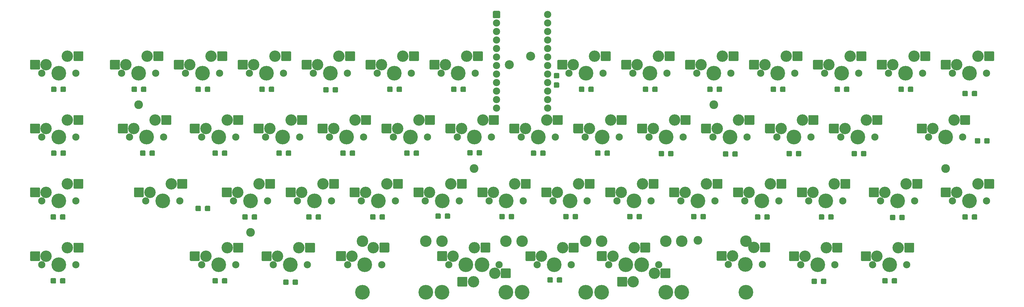
<source format=gbs>
G04 #@! TF.GenerationSoftware,KiCad,Pcbnew,(5.1.10)-1*
G04 #@! TF.CreationDate,2021-12-09T13:09:40+07:00*
G04 #@! TF.ProjectId,CK50,434b3530-2e6b-4696-9361-645f70636258,rev?*
G04 #@! TF.SameCoordinates,Original*
G04 #@! TF.FileFunction,Soldermask,Bot*
G04 #@! TF.FilePolarity,Negative*
%FSLAX46Y46*%
G04 Gerber Fmt 4.6, Leading zero omitted, Abs format (unit mm)*
G04 Created by KiCad (PCBNEW (5.1.10)-1) date 2021-12-09 13:09:40*
%MOMM*%
%LPD*%
G01*
G04 APERTURE LIST*
%ADD10C,4.387800*%
%ADD11C,3.448000*%
%ADD12C,2.150000*%
%ADD13C,3.400000*%
%ADD14C,2.686000*%
%ADD15C,2.152600*%
%ADD16C,2.600000*%
G04 APERTURE END LIST*
D10*
X324993000Y-176149000D03*
X301117000Y-176149000D03*
D11*
X324993000Y-160909000D03*
X301117000Y-160909000D03*
G36*
G01*
X308688000Y-171724000D02*
X308688000Y-174224000D01*
G75*
G02*
X308488000Y-174424000I-200000J0D01*
G01*
X305938000Y-174424000D01*
G75*
G02*
X305738000Y-174224000I0J200000D01*
G01*
X305738000Y-171724000D01*
G75*
G02*
X305938000Y-171524000I200000J0D01*
G01*
X308488000Y-171524000D01*
G75*
G02*
X308688000Y-171724000I0J-200000D01*
G01*
G37*
G36*
G01*
X321615000Y-169184000D02*
X321615000Y-171684000D01*
G75*
G02*
X321415000Y-171884000I-200000J0D01*
G01*
X318865000Y-171884000D01*
G75*
G02*
X318665000Y-171684000I0J200000D01*
G01*
X318665000Y-169184000D01*
G75*
G02*
X318865000Y-168984000I200000J0D01*
G01*
X321415000Y-168984000D01*
G75*
G02*
X321615000Y-169184000I0J-200000D01*
G01*
G37*
D12*
X307975000Y-167894000D03*
X318135000Y-167894000D03*
D13*
X316865000Y-170434000D03*
D10*
X313055000Y-167894000D03*
D13*
X310515000Y-172974000D03*
D10*
X372618000Y-176149000D03*
X348742000Y-176149000D03*
D11*
X372618000Y-160909000D03*
X348742000Y-160909000D03*
G36*
G01*
X356313000Y-171724000D02*
X356313000Y-174224000D01*
G75*
G02*
X356113000Y-174424000I-200000J0D01*
G01*
X353563000Y-174424000D01*
G75*
G02*
X353363000Y-174224000I0J200000D01*
G01*
X353363000Y-171724000D01*
G75*
G02*
X353563000Y-171524000I200000J0D01*
G01*
X356113000Y-171524000D01*
G75*
G02*
X356313000Y-171724000I0J-200000D01*
G01*
G37*
G36*
G01*
X369240000Y-169184000D02*
X369240000Y-171684000D01*
G75*
G02*
X369040000Y-171884000I-200000J0D01*
G01*
X366490000Y-171884000D01*
G75*
G02*
X366290000Y-171684000I0J200000D01*
G01*
X366290000Y-169184000D01*
G75*
G02*
X366490000Y-168984000I200000J0D01*
G01*
X369040000Y-168984000D01*
G75*
G02*
X369240000Y-169184000I0J-200000D01*
G01*
G37*
D12*
X355600000Y-167894000D03*
X365760000Y-167894000D03*
D13*
X364490000Y-170434000D03*
D10*
X360680000Y-167894000D03*
D13*
X358140000Y-172974000D03*
D10*
X343941400Y-176123600D03*
X367817400Y-176123600D03*
D11*
X343941400Y-160883600D03*
X367817400Y-160883600D03*
G36*
G01*
X360246400Y-164038600D02*
X360246400Y-161538600D01*
G75*
G02*
X360446400Y-161338600I200000J0D01*
G01*
X362996400Y-161338600D01*
G75*
G02*
X363196400Y-161538600I0J-200000D01*
G01*
X363196400Y-164038600D01*
G75*
G02*
X362996400Y-164238600I-200000J0D01*
G01*
X360446400Y-164238600D01*
G75*
G02*
X360246400Y-164038600I0J200000D01*
G01*
G37*
G36*
G01*
X347319400Y-166578600D02*
X347319400Y-164078600D01*
G75*
G02*
X347519400Y-163878600I200000J0D01*
G01*
X350069400Y-163878600D01*
G75*
G02*
X350269400Y-164078600I0J-200000D01*
G01*
X350269400Y-166578600D01*
G75*
G02*
X350069400Y-166778600I-200000J0D01*
G01*
X347519400Y-166778600D01*
G75*
G02*
X347319400Y-166578600I0J200000D01*
G01*
G37*
D12*
X360959400Y-167868600D03*
X350799400Y-167868600D03*
D13*
X352069400Y-165328600D03*
D10*
X355879400Y-167868600D03*
D13*
X358419400Y-162788600D03*
D10*
X296316400Y-176123600D03*
X320192400Y-176123600D03*
D11*
X296316400Y-160883600D03*
X320192400Y-160883600D03*
G36*
G01*
X312621400Y-164038600D02*
X312621400Y-161538600D01*
G75*
G02*
X312821400Y-161338600I200000J0D01*
G01*
X315371400Y-161338600D01*
G75*
G02*
X315571400Y-161538600I0J-200000D01*
G01*
X315571400Y-164038600D01*
G75*
G02*
X315371400Y-164238600I-200000J0D01*
G01*
X312821400Y-164238600D01*
G75*
G02*
X312621400Y-164038600I0J200000D01*
G01*
G37*
G36*
G01*
X299694400Y-166578600D02*
X299694400Y-164078600D01*
G75*
G02*
X299894400Y-163878600I200000J0D01*
G01*
X302444400Y-163878600D01*
G75*
G02*
X302644400Y-164078600I0J-200000D01*
G01*
X302644400Y-166578600D01*
G75*
G02*
X302444400Y-166778600I-200000J0D01*
G01*
X299894400Y-166778600D01*
G75*
G02*
X299694400Y-166578600I0J200000D01*
G01*
G37*
D12*
X313334400Y-167868600D03*
X303174400Y-167868600D03*
D13*
X304444400Y-165328600D03*
D10*
X308254400Y-167868600D03*
D13*
X310794400Y-162788600D03*
G36*
G01*
X332572000Y-173066000D02*
X332572000Y-171866000D01*
G75*
G02*
X332772000Y-171666000I200000J0D01*
G01*
X333972000Y-171666000D01*
G75*
G02*
X334172000Y-171866000I0J-200000D01*
G01*
X334172000Y-173066000D01*
G75*
G02*
X333972000Y-173266000I-200000J0D01*
G01*
X332772000Y-173266000D01*
G75*
G02*
X332572000Y-173066000I0J200000D01*
G01*
G37*
G36*
G01*
X335372000Y-173066000D02*
X335372000Y-171866000D01*
G75*
G02*
X335572000Y-171666000I200000J0D01*
G01*
X336772000Y-171666000D01*
G75*
G02*
X336972000Y-171866000I0J-200000D01*
G01*
X336972000Y-173066000D01*
G75*
G02*
X336772000Y-173266000I-200000J0D01*
G01*
X335572000Y-173266000D01*
G75*
G02*
X335372000Y-173066000I0J200000D01*
G01*
G37*
D10*
X277415344Y-176132984D03*
X391715344Y-176132984D03*
D11*
X277415344Y-160892984D03*
X391715344Y-160892984D03*
G36*
G01*
X338932344Y-164047984D02*
X338932344Y-161547984D01*
G75*
G02*
X339132344Y-161347984I200000J0D01*
G01*
X341682344Y-161347984D01*
G75*
G02*
X341882344Y-161547984I0J-200000D01*
G01*
X341882344Y-164047984D01*
G75*
G02*
X341682344Y-164247984I-200000J0D01*
G01*
X339132344Y-164247984D01*
G75*
G02*
X338932344Y-164047984I0J200000D01*
G01*
G37*
G36*
G01*
X326005344Y-166587984D02*
X326005344Y-164087984D01*
G75*
G02*
X326205344Y-163887984I200000J0D01*
G01*
X328755344Y-163887984D01*
G75*
G02*
X328955344Y-164087984I0J-200000D01*
G01*
X328955344Y-166587984D01*
G75*
G02*
X328755344Y-166787984I-200000J0D01*
G01*
X326205344Y-166787984D01*
G75*
G02*
X326005344Y-166587984I0J200000D01*
G01*
G37*
D12*
X339645344Y-167877984D03*
X329485344Y-167877984D03*
D13*
X330755344Y-165337984D03*
D10*
X334565344Y-167877984D03*
D13*
X337105344Y-162797984D03*
G36*
G01*
X395958800Y-164013200D02*
X395958800Y-161513200D01*
G75*
G02*
X396158800Y-161313200I200000J0D01*
G01*
X398708800Y-161313200D01*
G75*
G02*
X398908800Y-161513200I0J-200000D01*
G01*
X398908800Y-164013200D01*
G75*
G02*
X398708800Y-164213200I-200000J0D01*
G01*
X396158800Y-164213200D01*
G75*
G02*
X395958800Y-164013200I0J200000D01*
G01*
G37*
G36*
G01*
X383031800Y-166553200D02*
X383031800Y-164053200D01*
G75*
G02*
X383231800Y-163853200I200000J0D01*
G01*
X385781800Y-163853200D01*
G75*
G02*
X385981800Y-164053200I0J-200000D01*
G01*
X385981800Y-166553200D01*
G75*
G02*
X385781800Y-166753200I-200000J0D01*
G01*
X383231800Y-166753200D01*
G75*
G02*
X383031800Y-166553200I0J200000D01*
G01*
G37*
D12*
X396671800Y-167843200D03*
X386511800Y-167843200D03*
D13*
X387781800Y-165303200D03*
D10*
X391591800Y-167843200D03*
D13*
X394131800Y-162763200D03*
G36*
G01*
X282497000Y-164038600D02*
X282497000Y-161538600D01*
G75*
G02*
X282697000Y-161338600I200000J0D01*
G01*
X285247000Y-161338600D01*
G75*
G02*
X285447000Y-161538600I0J-200000D01*
G01*
X285447000Y-164038600D01*
G75*
G02*
X285247000Y-164238600I-200000J0D01*
G01*
X282697000Y-164238600D01*
G75*
G02*
X282497000Y-164038600I0J200000D01*
G01*
G37*
G36*
G01*
X269570000Y-166578600D02*
X269570000Y-164078600D01*
G75*
G02*
X269770000Y-163878600I200000J0D01*
G01*
X272320000Y-163878600D01*
G75*
G02*
X272520000Y-164078600I0J-200000D01*
G01*
X272520000Y-166578600D01*
G75*
G02*
X272320000Y-166778600I-200000J0D01*
G01*
X269770000Y-166778600D01*
G75*
G02*
X269570000Y-166578600I0J200000D01*
G01*
G37*
D12*
X283210000Y-167868600D03*
X273050000Y-167868600D03*
D13*
X274320000Y-165328600D03*
D10*
X278130000Y-167868600D03*
D13*
X280670000Y-162788600D03*
G36*
G01*
X253832000Y-173701000D02*
X253832000Y-172501000D01*
G75*
G02*
X254032000Y-172301000I200000J0D01*
G01*
X255232000Y-172301000D01*
G75*
G02*
X255432000Y-172501000I0J-200000D01*
G01*
X255432000Y-173701000D01*
G75*
G02*
X255232000Y-173901000I-200000J0D01*
G01*
X254032000Y-173901000D01*
G75*
G02*
X253832000Y-173701000I0J200000D01*
G01*
G37*
G36*
G01*
X256632000Y-173701000D02*
X256632000Y-172501000D01*
G75*
G02*
X256832000Y-172301000I200000J0D01*
G01*
X258032000Y-172301000D01*
G75*
G02*
X258232000Y-172501000I0J-200000D01*
G01*
X258232000Y-173701000D01*
G75*
G02*
X258032000Y-173901000I-200000J0D01*
G01*
X256832000Y-173901000D01*
G75*
G02*
X256632000Y-173701000I0J200000D01*
G01*
G37*
G36*
G01*
X260331312Y-164047984D02*
X260331312Y-161547984D01*
G75*
G02*
X260531312Y-161347984I200000J0D01*
G01*
X263081312Y-161347984D01*
G75*
G02*
X263281312Y-161547984I0J-200000D01*
G01*
X263281312Y-164047984D01*
G75*
G02*
X263081312Y-164247984I-200000J0D01*
G01*
X260531312Y-164247984D01*
G75*
G02*
X260331312Y-164047984I0J200000D01*
G01*
G37*
G36*
G01*
X247404312Y-166587984D02*
X247404312Y-164087984D01*
G75*
G02*
X247604312Y-163887984I200000J0D01*
G01*
X250154312Y-163887984D01*
G75*
G02*
X250354312Y-164087984I0J-200000D01*
G01*
X250354312Y-166587984D01*
G75*
G02*
X250154312Y-166787984I-200000J0D01*
G01*
X247604312Y-166787984D01*
G75*
G02*
X247404312Y-166587984I0J200000D01*
G01*
G37*
D12*
X261044312Y-167877984D03*
X250884312Y-167877984D03*
D13*
X252154312Y-165337984D03*
D10*
X255964312Y-167877984D03*
D13*
X258504312Y-162797984D03*
G36*
G01*
X375371000Y-154143000D02*
X375371000Y-152943000D01*
G75*
G02*
X375571000Y-152743000I200000J0D01*
G01*
X376771000Y-152743000D01*
G75*
G02*
X376971000Y-152943000I0J-200000D01*
G01*
X376971000Y-154143000D01*
G75*
G02*
X376771000Y-154343000I-200000J0D01*
G01*
X375571000Y-154343000D01*
G75*
G02*
X375371000Y-154143000I0J200000D01*
G01*
G37*
G36*
G01*
X378171000Y-154143000D02*
X378171000Y-152943000D01*
G75*
G02*
X378371000Y-152743000I200000J0D01*
G01*
X379571000Y-152743000D01*
G75*
G02*
X379771000Y-152943000I0J-200000D01*
G01*
X379771000Y-154143000D01*
G75*
G02*
X379571000Y-154343000I-200000J0D01*
G01*
X378371000Y-154343000D01*
G75*
G02*
X378171000Y-154143000I0J200000D01*
G01*
G37*
G36*
G01*
X381794808Y-144998000D02*
X381794808Y-142498000D01*
G75*
G02*
X381994808Y-142298000I200000J0D01*
G01*
X384544808Y-142298000D01*
G75*
G02*
X384744808Y-142498000I0J-200000D01*
G01*
X384744808Y-144998000D01*
G75*
G02*
X384544808Y-145198000I-200000J0D01*
G01*
X381994808Y-145198000D01*
G75*
G02*
X381794808Y-144998000I0J200000D01*
G01*
G37*
G36*
G01*
X368867808Y-147538000D02*
X368867808Y-145038000D01*
G75*
G02*
X369067808Y-144838000I200000J0D01*
G01*
X371617808Y-144838000D01*
G75*
G02*
X371817808Y-145038000I0J-200000D01*
G01*
X371817808Y-147538000D01*
G75*
G02*
X371617808Y-147738000I-200000J0D01*
G01*
X369067808Y-147738000D01*
G75*
G02*
X368867808Y-147538000I0J200000D01*
G01*
G37*
D12*
X382507808Y-148828000D03*
X372347808Y-148828000D03*
D13*
X373617808Y-146288000D03*
D10*
X377427808Y-148828000D03*
D13*
X379967808Y-143748000D03*
G36*
G01*
X356321000Y-154143000D02*
X356321000Y-152943000D01*
G75*
G02*
X356521000Y-152743000I200000J0D01*
G01*
X357721000Y-152743000D01*
G75*
G02*
X357921000Y-152943000I0J-200000D01*
G01*
X357921000Y-154143000D01*
G75*
G02*
X357721000Y-154343000I-200000J0D01*
G01*
X356521000Y-154343000D01*
G75*
G02*
X356321000Y-154143000I0J200000D01*
G01*
G37*
G36*
G01*
X359121000Y-154143000D02*
X359121000Y-152943000D01*
G75*
G02*
X359321000Y-152743000I200000J0D01*
G01*
X360521000Y-152743000D01*
G75*
G02*
X360721000Y-152943000I0J-200000D01*
G01*
X360721000Y-154143000D01*
G75*
G02*
X360521000Y-154343000I-200000J0D01*
G01*
X359321000Y-154343000D01*
G75*
G02*
X359121000Y-154143000I0J200000D01*
G01*
G37*
G36*
G01*
X337271000Y-154143000D02*
X337271000Y-152943000D01*
G75*
G02*
X337471000Y-152743000I200000J0D01*
G01*
X338671000Y-152743000D01*
G75*
G02*
X338871000Y-152943000I0J-200000D01*
G01*
X338871000Y-154143000D01*
G75*
G02*
X338671000Y-154343000I-200000J0D01*
G01*
X337471000Y-154343000D01*
G75*
G02*
X337271000Y-154143000I0J200000D01*
G01*
G37*
G36*
G01*
X340071000Y-154143000D02*
X340071000Y-152943000D01*
G75*
G02*
X340271000Y-152743000I200000J0D01*
G01*
X341471000Y-152743000D01*
G75*
G02*
X341671000Y-152943000I0J-200000D01*
G01*
X341671000Y-154143000D01*
G75*
G02*
X341471000Y-154343000I-200000J0D01*
G01*
X340271000Y-154343000D01*
G75*
G02*
X340071000Y-154143000I0J200000D01*
G01*
G37*
G36*
G01*
X362744824Y-144998000D02*
X362744824Y-142498000D01*
G75*
G02*
X362944824Y-142298000I200000J0D01*
G01*
X365494824Y-142298000D01*
G75*
G02*
X365694824Y-142498000I0J-200000D01*
G01*
X365694824Y-144998000D01*
G75*
G02*
X365494824Y-145198000I-200000J0D01*
G01*
X362944824Y-145198000D01*
G75*
G02*
X362744824Y-144998000I0J200000D01*
G01*
G37*
G36*
G01*
X349817824Y-147538000D02*
X349817824Y-145038000D01*
G75*
G02*
X350017824Y-144838000I200000J0D01*
G01*
X352567824Y-144838000D01*
G75*
G02*
X352767824Y-145038000I0J-200000D01*
G01*
X352767824Y-147538000D01*
G75*
G02*
X352567824Y-147738000I-200000J0D01*
G01*
X350017824Y-147738000D01*
G75*
G02*
X349817824Y-147538000I0J200000D01*
G01*
G37*
D12*
X363457824Y-148828000D03*
X353297824Y-148828000D03*
D13*
X354567824Y-146288000D03*
D10*
X358377824Y-148828000D03*
D13*
X360917824Y-143748000D03*
G36*
G01*
X343694840Y-144998000D02*
X343694840Y-142498000D01*
G75*
G02*
X343894840Y-142298000I200000J0D01*
G01*
X346444840Y-142298000D01*
G75*
G02*
X346644840Y-142498000I0J-200000D01*
G01*
X346644840Y-144998000D01*
G75*
G02*
X346444840Y-145198000I-200000J0D01*
G01*
X343894840Y-145198000D01*
G75*
G02*
X343694840Y-144998000I0J200000D01*
G01*
G37*
G36*
G01*
X330767840Y-147538000D02*
X330767840Y-145038000D01*
G75*
G02*
X330967840Y-144838000I200000J0D01*
G01*
X333517840Y-144838000D01*
G75*
G02*
X333717840Y-145038000I0J-200000D01*
G01*
X333717840Y-147538000D01*
G75*
G02*
X333517840Y-147738000I-200000J0D01*
G01*
X330967840Y-147738000D01*
G75*
G02*
X330767840Y-147538000I0J200000D01*
G01*
G37*
D12*
X344407840Y-148828000D03*
X334247840Y-148828000D03*
D13*
X335517840Y-146288000D03*
D10*
X339327840Y-148828000D03*
D13*
X341867840Y-143748000D03*
G36*
G01*
X365719000Y-135347000D02*
X365719000Y-134147000D01*
G75*
G02*
X365919000Y-133947000I200000J0D01*
G01*
X367119000Y-133947000D01*
G75*
G02*
X367319000Y-134147000I0J-200000D01*
G01*
X367319000Y-135347000D01*
G75*
G02*
X367119000Y-135547000I-200000J0D01*
G01*
X365919000Y-135547000D01*
G75*
G02*
X365719000Y-135347000I0J200000D01*
G01*
G37*
G36*
G01*
X368519000Y-135347000D02*
X368519000Y-134147000D01*
G75*
G02*
X368719000Y-133947000I200000J0D01*
G01*
X369919000Y-133947000D01*
G75*
G02*
X370119000Y-134147000I0J-200000D01*
G01*
X370119000Y-135347000D01*
G75*
G02*
X369919000Y-135547000I-200000J0D01*
G01*
X368719000Y-135547000D01*
G75*
G02*
X368519000Y-135347000I0J200000D01*
G01*
G37*
G36*
G01*
X346796000Y-135220000D02*
X346796000Y-134020000D01*
G75*
G02*
X346996000Y-133820000I200000J0D01*
G01*
X348196000Y-133820000D01*
G75*
G02*
X348396000Y-134020000I0J-200000D01*
G01*
X348396000Y-135220000D01*
G75*
G02*
X348196000Y-135420000I-200000J0D01*
G01*
X346996000Y-135420000D01*
G75*
G02*
X346796000Y-135220000I0J200000D01*
G01*
G37*
G36*
G01*
X349596000Y-135220000D02*
X349596000Y-134020000D01*
G75*
G02*
X349796000Y-133820000I200000J0D01*
G01*
X350996000Y-133820000D01*
G75*
G02*
X351196000Y-134020000I0J-200000D01*
G01*
X351196000Y-135220000D01*
G75*
G02*
X350996000Y-135420000I-200000J0D01*
G01*
X349796000Y-135420000D01*
G75*
G02*
X349596000Y-135220000I0J200000D01*
G01*
G37*
G36*
G01*
X372269816Y-125948016D02*
X372269816Y-123448016D01*
G75*
G02*
X372469816Y-123248016I200000J0D01*
G01*
X375019816Y-123248016D01*
G75*
G02*
X375219816Y-123448016I0J-200000D01*
G01*
X375219816Y-125948016D01*
G75*
G02*
X375019816Y-126148016I-200000J0D01*
G01*
X372469816Y-126148016D01*
G75*
G02*
X372269816Y-125948016I0J200000D01*
G01*
G37*
G36*
G01*
X359342816Y-128488016D02*
X359342816Y-125988016D01*
G75*
G02*
X359542816Y-125788016I200000J0D01*
G01*
X362092816Y-125788016D01*
G75*
G02*
X362292816Y-125988016I0J-200000D01*
G01*
X362292816Y-128488016D01*
G75*
G02*
X362092816Y-128688016I-200000J0D01*
G01*
X359542816Y-128688016D01*
G75*
G02*
X359342816Y-128488016I0J200000D01*
G01*
G37*
D12*
X372982816Y-129778016D03*
X362822816Y-129778016D03*
D13*
X364092816Y-127238016D03*
D10*
X367902816Y-129778016D03*
D13*
X370442816Y-124698016D03*
G36*
G01*
X353219832Y-125948016D02*
X353219832Y-123448016D01*
G75*
G02*
X353419832Y-123248016I200000J0D01*
G01*
X355969832Y-123248016D01*
G75*
G02*
X356169832Y-123448016I0J-200000D01*
G01*
X356169832Y-125948016D01*
G75*
G02*
X355969832Y-126148016I-200000J0D01*
G01*
X353419832Y-126148016D01*
G75*
G02*
X353219832Y-125948016I0J200000D01*
G01*
G37*
G36*
G01*
X340292832Y-128488016D02*
X340292832Y-125988016D01*
G75*
G02*
X340492832Y-125788016I200000J0D01*
G01*
X343042832Y-125788016D01*
G75*
G02*
X343242832Y-125988016I0J-200000D01*
G01*
X343242832Y-128488016D01*
G75*
G02*
X343042832Y-128688016I-200000J0D01*
G01*
X340492832Y-128688016D01*
G75*
G02*
X340292832Y-128488016I0J200000D01*
G01*
G37*
D12*
X353932832Y-129778016D03*
X343772832Y-129778016D03*
D13*
X345042832Y-127238016D03*
D10*
X348852832Y-129778016D03*
D13*
X351392832Y-124698016D03*
G36*
G01*
X327619000Y-135220000D02*
X327619000Y-134020000D01*
G75*
G02*
X327819000Y-133820000I200000J0D01*
G01*
X329019000Y-133820000D01*
G75*
G02*
X329219000Y-134020000I0J-200000D01*
G01*
X329219000Y-135220000D01*
G75*
G02*
X329019000Y-135420000I-200000J0D01*
G01*
X327819000Y-135420000D01*
G75*
G02*
X327619000Y-135220000I0J200000D01*
G01*
G37*
G36*
G01*
X330419000Y-135220000D02*
X330419000Y-134020000D01*
G75*
G02*
X330619000Y-133820000I200000J0D01*
G01*
X331819000Y-133820000D01*
G75*
G02*
X332019000Y-134020000I0J-200000D01*
G01*
X332019000Y-135220000D01*
G75*
G02*
X331819000Y-135420000I-200000J0D01*
G01*
X330619000Y-135420000D01*
G75*
G02*
X330419000Y-135220000I0J200000D01*
G01*
G37*
G36*
G01*
X334169848Y-125948016D02*
X334169848Y-123448016D01*
G75*
G02*
X334369848Y-123248016I200000J0D01*
G01*
X336919848Y-123248016D01*
G75*
G02*
X337119848Y-123448016I0J-200000D01*
G01*
X337119848Y-125948016D01*
G75*
G02*
X336919848Y-126148016I-200000J0D01*
G01*
X334369848Y-126148016D01*
G75*
G02*
X334169848Y-125948016I0J200000D01*
G01*
G37*
G36*
G01*
X321242848Y-128488016D02*
X321242848Y-125988016D01*
G75*
G02*
X321442848Y-125788016I200000J0D01*
G01*
X323992848Y-125788016D01*
G75*
G02*
X324192848Y-125988016I0J-200000D01*
G01*
X324192848Y-128488016D01*
G75*
G02*
X323992848Y-128688016I-200000J0D01*
G01*
X321442848Y-128688016D01*
G75*
G02*
X321242848Y-128488016I0J200000D01*
G01*
G37*
D12*
X334882848Y-129778016D03*
X324722848Y-129778016D03*
D13*
X325992848Y-127238016D03*
D10*
X329802848Y-129778016D03*
D13*
X332342848Y-124698016D03*
G36*
G01*
X308696000Y-135093000D02*
X308696000Y-133893000D01*
G75*
G02*
X308896000Y-133693000I200000J0D01*
G01*
X310096000Y-133693000D01*
G75*
G02*
X310296000Y-133893000I0J-200000D01*
G01*
X310296000Y-135093000D01*
G75*
G02*
X310096000Y-135293000I-200000J0D01*
G01*
X308896000Y-135293000D01*
G75*
G02*
X308696000Y-135093000I0J200000D01*
G01*
G37*
G36*
G01*
X311496000Y-135093000D02*
X311496000Y-133893000D01*
G75*
G02*
X311696000Y-133693000I200000J0D01*
G01*
X312896000Y-133693000D01*
G75*
G02*
X313096000Y-133893000I0J-200000D01*
G01*
X313096000Y-135093000D01*
G75*
G02*
X312896000Y-135293000I-200000J0D01*
G01*
X311696000Y-135293000D01*
G75*
G02*
X311496000Y-135093000I0J200000D01*
G01*
G37*
G36*
G01*
X318221000Y-154143000D02*
X318221000Y-152943000D01*
G75*
G02*
X318421000Y-152743000I200000J0D01*
G01*
X319621000Y-152743000D01*
G75*
G02*
X319821000Y-152943000I0J-200000D01*
G01*
X319821000Y-154143000D01*
G75*
G02*
X319621000Y-154343000I-200000J0D01*
G01*
X318421000Y-154343000D01*
G75*
G02*
X318221000Y-154143000I0J200000D01*
G01*
G37*
G36*
G01*
X321021000Y-154143000D02*
X321021000Y-152943000D01*
G75*
G02*
X321221000Y-152743000I200000J0D01*
G01*
X322421000Y-152743000D01*
G75*
G02*
X322621000Y-152943000I0J-200000D01*
G01*
X322621000Y-154143000D01*
G75*
G02*
X322421000Y-154343000I-200000J0D01*
G01*
X321221000Y-154343000D01*
G75*
G02*
X321021000Y-154143000I0J200000D01*
G01*
G37*
G36*
G01*
X299171000Y-154016000D02*
X299171000Y-152816000D01*
G75*
G02*
X299371000Y-152616000I200000J0D01*
G01*
X300571000Y-152616000D01*
G75*
G02*
X300771000Y-152816000I0J-200000D01*
G01*
X300771000Y-154016000D01*
G75*
G02*
X300571000Y-154216000I-200000J0D01*
G01*
X299371000Y-154216000D01*
G75*
G02*
X299171000Y-154016000I0J200000D01*
G01*
G37*
G36*
G01*
X301971000Y-154016000D02*
X301971000Y-152816000D01*
G75*
G02*
X302171000Y-152616000I200000J0D01*
G01*
X303371000Y-152616000D01*
G75*
G02*
X303571000Y-152816000I0J-200000D01*
G01*
X303571000Y-154016000D01*
G75*
G02*
X303371000Y-154216000I-200000J0D01*
G01*
X302171000Y-154216000D01*
G75*
G02*
X301971000Y-154016000I0J200000D01*
G01*
G37*
G36*
G01*
X315119864Y-125948016D02*
X315119864Y-123448016D01*
G75*
G02*
X315319864Y-123248016I200000J0D01*
G01*
X317869864Y-123248016D01*
G75*
G02*
X318069864Y-123448016I0J-200000D01*
G01*
X318069864Y-125948016D01*
G75*
G02*
X317869864Y-126148016I-200000J0D01*
G01*
X315319864Y-126148016D01*
G75*
G02*
X315119864Y-125948016I0J200000D01*
G01*
G37*
G36*
G01*
X302192864Y-128488016D02*
X302192864Y-125988016D01*
G75*
G02*
X302392864Y-125788016I200000J0D01*
G01*
X304942864Y-125788016D01*
G75*
G02*
X305142864Y-125988016I0J-200000D01*
G01*
X305142864Y-128488016D01*
G75*
G02*
X304942864Y-128688016I-200000J0D01*
G01*
X302392864Y-128688016D01*
G75*
G02*
X302192864Y-128488016I0J200000D01*
G01*
G37*
D12*
X315832864Y-129778016D03*
X305672864Y-129778016D03*
D13*
X306942864Y-127238016D03*
D10*
X310752864Y-129778016D03*
D13*
X313292864Y-124698016D03*
G36*
G01*
X324644856Y-144998000D02*
X324644856Y-142498000D01*
G75*
G02*
X324844856Y-142298000I200000J0D01*
G01*
X327394856Y-142298000D01*
G75*
G02*
X327594856Y-142498000I0J-200000D01*
G01*
X327594856Y-144998000D01*
G75*
G02*
X327394856Y-145198000I-200000J0D01*
G01*
X324844856Y-145198000D01*
G75*
G02*
X324644856Y-144998000I0J200000D01*
G01*
G37*
G36*
G01*
X311717856Y-147538000D02*
X311717856Y-145038000D01*
G75*
G02*
X311917856Y-144838000I200000J0D01*
G01*
X314467856Y-144838000D01*
G75*
G02*
X314667856Y-145038000I0J-200000D01*
G01*
X314667856Y-147538000D01*
G75*
G02*
X314467856Y-147738000I-200000J0D01*
G01*
X311917856Y-147738000D01*
G75*
G02*
X311717856Y-147538000I0J200000D01*
G01*
G37*
D12*
X325357856Y-148828000D03*
X315197856Y-148828000D03*
D13*
X316467856Y-146288000D03*
D10*
X320277856Y-148828000D03*
D13*
X322817856Y-143748000D03*
G36*
G01*
X305594872Y-144998000D02*
X305594872Y-142498000D01*
G75*
G02*
X305794872Y-142298000I200000J0D01*
G01*
X308344872Y-142298000D01*
G75*
G02*
X308544872Y-142498000I0J-200000D01*
G01*
X308544872Y-144998000D01*
G75*
G02*
X308344872Y-145198000I-200000J0D01*
G01*
X305794872Y-145198000D01*
G75*
G02*
X305594872Y-144998000I0J200000D01*
G01*
G37*
G36*
G01*
X292667872Y-147538000D02*
X292667872Y-145038000D01*
G75*
G02*
X292867872Y-144838000I200000J0D01*
G01*
X295417872Y-144838000D01*
G75*
G02*
X295617872Y-145038000I0J-200000D01*
G01*
X295617872Y-147538000D01*
G75*
G02*
X295417872Y-147738000I-200000J0D01*
G01*
X292867872Y-147738000D01*
G75*
G02*
X292667872Y-147538000I0J200000D01*
G01*
G37*
D12*
X306307872Y-148828000D03*
X296147872Y-148828000D03*
D13*
X297417872Y-146288000D03*
D10*
X301227872Y-148828000D03*
D13*
X303767872Y-143748000D03*
G36*
G01*
X394421000Y-154270000D02*
X394421000Y-153070000D01*
G75*
G02*
X394621000Y-152870000I200000J0D01*
G01*
X395821000Y-152870000D01*
G75*
G02*
X396021000Y-153070000I0J-200000D01*
G01*
X396021000Y-154270000D01*
G75*
G02*
X395821000Y-154470000I-200000J0D01*
G01*
X394621000Y-154470000D01*
G75*
G02*
X394421000Y-154270000I0J200000D01*
G01*
G37*
G36*
G01*
X397221000Y-154270000D02*
X397221000Y-153070000D01*
G75*
G02*
X397421000Y-152870000I200000J0D01*
G01*
X398621000Y-152870000D01*
G75*
G02*
X398821000Y-153070000I0J-200000D01*
G01*
X398821000Y-154270000D01*
G75*
G02*
X398621000Y-154470000I-200000J0D01*
G01*
X397421000Y-154470000D01*
G75*
G02*
X397221000Y-154270000I0J200000D01*
G01*
G37*
G36*
G01*
X384896000Y-135474000D02*
X384896000Y-134274000D01*
G75*
G02*
X385096000Y-134074000I200000J0D01*
G01*
X386296000Y-134074000D01*
G75*
G02*
X386496000Y-134274000I0J-200000D01*
G01*
X386496000Y-135474000D01*
G75*
G02*
X386296000Y-135674000I-200000J0D01*
G01*
X385096000Y-135674000D01*
G75*
G02*
X384896000Y-135474000I0J200000D01*
G01*
G37*
G36*
G01*
X387696000Y-135474000D02*
X387696000Y-134274000D01*
G75*
G02*
X387896000Y-134074000I200000J0D01*
G01*
X389096000Y-134074000D01*
G75*
G02*
X389296000Y-134274000I0J-200000D01*
G01*
X389296000Y-135474000D01*
G75*
G02*
X389096000Y-135674000I-200000J0D01*
G01*
X387896000Y-135674000D01*
G75*
G02*
X387696000Y-135474000I0J200000D01*
G01*
G37*
G36*
G01*
X400844792Y-144998000D02*
X400844792Y-142498000D01*
G75*
G02*
X401044792Y-142298000I200000J0D01*
G01*
X403594792Y-142298000D01*
G75*
G02*
X403794792Y-142498000I0J-200000D01*
G01*
X403794792Y-144998000D01*
G75*
G02*
X403594792Y-145198000I-200000J0D01*
G01*
X401044792Y-145198000D01*
G75*
G02*
X400844792Y-144998000I0J200000D01*
G01*
G37*
G36*
G01*
X387917792Y-147538000D02*
X387917792Y-145038000D01*
G75*
G02*
X388117792Y-144838000I200000J0D01*
G01*
X390667792Y-144838000D01*
G75*
G02*
X390867792Y-145038000I0J-200000D01*
G01*
X390867792Y-147538000D01*
G75*
G02*
X390667792Y-147738000I-200000J0D01*
G01*
X388117792Y-147738000D01*
G75*
G02*
X387917792Y-147538000I0J200000D01*
G01*
G37*
D12*
X401557792Y-148828000D03*
X391397792Y-148828000D03*
D13*
X392667792Y-146288000D03*
D10*
X396477792Y-148828000D03*
D13*
X399017792Y-143748000D03*
G36*
G01*
X391319800Y-125948016D02*
X391319800Y-123448016D01*
G75*
G02*
X391519800Y-123248016I200000J0D01*
G01*
X394069800Y-123248016D01*
G75*
G02*
X394269800Y-123448016I0J-200000D01*
G01*
X394269800Y-125948016D01*
G75*
G02*
X394069800Y-126148016I-200000J0D01*
G01*
X391519800Y-126148016D01*
G75*
G02*
X391319800Y-125948016I0J200000D01*
G01*
G37*
G36*
G01*
X378392800Y-128488016D02*
X378392800Y-125988016D01*
G75*
G02*
X378592800Y-125788016I200000J0D01*
G01*
X381142800Y-125788016D01*
G75*
G02*
X381342800Y-125988016I0J-200000D01*
G01*
X381342800Y-128488016D01*
G75*
G02*
X381142800Y-128688016I-200000J0D01*
G01*
X378592800Y-128688016D01*
G75*
G02*
X378392800Y-128488016I0J200000D01*
G01*
G37*
D12*
X392032800Y-129778016D03*
X381872800Y-129778016D03*
D13*
X383142800Y-127238016D03*
D10*
X386952800Y-129778016D03*
D13*
X389492800Y-124698016D03*
G36*
G01*
X403819000Y-135347000D02*
X403819000Y-134147000D01*
G75*
G02*
X404019000Y-133947000I200000J0D01*
G01*
X405219000Y-133947000D01*
G75*
G02*
X405419000Y-134147000I0J-200000D01*
G01*
X405419000Y-135347000D01*
G75*
G02*
X405219000Y-135547000I-200000J0D01*
G01*
X404019000Y-135547000D01*
G75*
G02*
X403819000Y-135347000I0J200000D01*
G01*
G37*
G36*
G01*
X406619000Y-135347000D02*
X406619000Y-134147000D01*
G75*
G02*
X406819000Y-133947000I200000J0D01*
G01*
X408019000Y-133947000D01*
G75*
G02*
X408219000Y-134147000I0J-200000D01*
G01*
X408219000Y-135347000D01*
G75*
G02*
X408019000Y-135547000I-200000J0D01*
G01*
X406819000Y-135547000D01*
G75*
G02*
X406619000Y-135347000I0J200000D01*
G01*
G37*
G36*
G01*
X410369784Y-125948016D02*
X410369784Y-123448016D01*
G75*
G02*
X410569784Y-123248016I200000J0D01*
G01*
X413119784Y-123248016D01*
G75*
G02*
X413319784Y-123448016I0J-200000D01*
G01*
X413319784Y-125948016D01*
G75*
G02*
X413119784Y-126148016I-200000J0D01*
G01*
X410569784Y-126148016D01*
G75*
G02*
X410369784Y-125948016I0J200000D01*
G01*
G37*
G36*
G01*
X397442784Y-128488016D02*
X397442784Y-125988016D01*
G75*
G02*
X397642784Y-125788016I200000J0D01*
G01*
X400192784Y-125788016D01*
G75*
G02*
X400392784Y-125988016I0J-200000D01*
G01*
X400392784Y-128488016D01*
G75*
G02*
X400192784Y-128688016I-200000J0D01*
G01*
X397642784Y-128688016D01*
G75*
G02*
X397442784Y-128488016I0J200000D01*
G01*
G37*
D12*
X411082784Y-129778016D03*
X400922784Y-129778016D03*
D13*
X402192784Y-127238016D03*
D10*
X406002784Y-129778016D03*
D13*
X408542784Y-124698016D03*
G36*
G01*
X423250000Y-135347000D02*
X423250000Y-134147000D01*
G75*
G02*
X423450000Y-133947000I200000J0D01*
G01*
X424650000Y-133947000D01*
G75*
G02*
X424850000Y-134147000I0J-200000D01*
G01*
X424850000Y-135347000D01*
G75*
G02*
X424650000Y-135547000I-200000J0D01*
G01*
X423450000Y-135547000D01*
G75*
G02*
X423250000Y-135347000I0J200000D01*
G01*
G37*
G36*
G01*
X426050000Y-135347000D02*
X426050000Y-134147000D01*
G75*
G02*
X426250000Y-133947000I200000J0D01*
G01*
X427450000Y-133947000D01*
G75*
G02*
X427650000Y-134147000I0J-200000D01*
G01*
X427650000Y-135347000D01*
G75*
G02*
X427450000Y-135547000I-200000J0D01*
G01*
X426250000Y-135547000D01*
G75*
G02*
X426050000Y-135347000I0J200000D01*
G01*
G37*
G36*
G01*
X429419768Y-125948016D02*
X429419768Y-123448016D01*
G75*
G02*
X429619768Y-123248016I200000J0D01*
G01*
X432169768Y-123248016D01*
G75*
G02*
X432369768Y-123448016I0J-200000D01*
G01*
X432369768Y-125948016D01*
G75*
G02*
X432169768Y-126148016I-200000J0D01*
G01*
X429619768Y-126148016D01*
G75*
G02*
X429419768Y-125948016I0J200000D01*
G01*
G37*
G36*
G01*
X416492768Y-128488016D02*
X416492768Y-125988016D01*
G75*
G02*
X416692768Y-125788016I200000J0D01*
G01*
X419242768Y-125788016D01*
G75*
G02*
X419442768Y-125988016I0J-200000D01*
G01*
X419442768Y-128488016D01*
G75*
G02*
X419242768Y-128688016I-200000J0D01*
G01*
X416692768Y-128688016D01*
G75*
G02*
X416492768Y-128488016I0J200000D01*
G01*
G37*
D12*
X430132768Y-129778016D03*
X419972768Y-129778016D03*
D13*
X421242768Y-127238016D03*
D10*
X425052768Y-129778016D03*
D13*
X427592768Y-124698016D03*
G36*
G01*
X419894776Y-144998000D02*
X419894776Y-142498000D01*
G75*
G02*
X420094776Y-142298000I200000J0D01*
G01*
X422644776Y-142298000D01*
G75*
G02*
X422844776Y-142498000I0J-200000D01*
G01*
X422844776Y-144998000D01*
G75*
G02*
X422644776Y-145198000I-200000J0D01*
G01*
X420094776Y-145198000D01*
G75*
G02*
X419894776Y-144998000I0J200000D01*
G01*
G37*
G36*
G01*
X406967776Y-147538000D02*
X406967776Y-145038000D01*
G75*
G02*
X407167776Y-144838000I200000J0D01*
G01*
X409717776Y-144838000D01*
G75*
G02*
X409917776Y-145038000I0J-200000D01*
G01*
X409917776Y-147538000D01*
G75*
G02*
X409717776Y-147738000I-200000J0D01*
G01*
X407167776Y-147738000D01*
G75*
G02*
X406967776Y-147538000I0J200000D01*
G01*
G37*
D12*
X420607776Y-148828000D03*
X410447776Y-148828000D03*
D13*
X411717776Y-146288000D03*
D10*
X415527776Y-148828000D03*
D13*
X418067776Y-143748000D03*
G36*
G01*
X413471000Y-154270000D02*
X413471000Y-153070000D01*
G75*
G02*
X413671000Y-152870000I200000J0D01*
G01*
X414871000Y-152870000D01*
G75*
G02*
X415071000Y-153070000I0J-200000D01*
G01*
X415071000Y-154270000D01*
G75*
G02*
X414871000Y-154470000I-200000J0D01*
G01*
X413671000Y-154470000D01*
G75*
G02*
X413471000Y-154270000I0J200000D01*
G01*
G37*
G36*
G01*
X416271000Y-154270000D02*
X416271000Y-153070000D01*
G75*
G02*
X416471000Y-152870000I200000J0D01*
G01*
X417671000Y-152870000D01*
G75*
G02*
X417871000Y-153070000I0J-200000D01*
G01*
X417871000Y-154270000D01*
G75*
G02*
X417671000Y-154470000I-200000J0D01*
G01*
X416471000Y-154470000D01*
G75*
G02*
X416271000Y-154270000I0J200000D01*
G01*
G37*
G36*
G01*
X417513528Y-164047984D02*
X417513528Y-161547984D01*
G75*
G02*
X417713528Y-161347984I200000J0D01*
G01*
X420263528Y-161347984D01*
G75*
G02*
X420463528Y-161547984I0J-200000D01*
G01*
X420463528Y-164047984D01*
G75*
G02*
X420263528Y-164247984I-200000J0D01*
G01*
X417713528Y-164247984D01*
G75*
G02*
X417513528Y-164047984I0J200000D01*
G01*
G37*
G36*
G01*
X404586528Y-166587984D02*
X404586528Y-164087984D01*
G75*
G02*
X404786528Y-163887984I200000J0D01*
G01*
X407336528Y-163887984D01*
G75*
G02*
X407536528Y-164087984I0J-200000D01*
G01*
X407536528Y-166587984D01*
G75*
G02*
X407336528Y-166787984I-200000J0D01*
G01*
X404786528Y-166787984D01*
G75*
G02*
X404586528Y-166587984I0J200000D01*
G01*
G37*
D12*
X418226528Y-167877984D03*
X408066528Y-167877984D03*
D13*
X409336528Y-165337984D03*
D10*
X413146528Y-167877984D03*
D13*
X415686528Y-162797984D03*
G36*
G01*
X411312000Y-173447000D02*
X411312000Y-172247000D01*
G75*
G02*
X411512000Y-172047000I200000J0D01*
G01*
X412712000Y-172047000D01*
G75*
G02*
X412912000Y-172247000I0J-200000D01*
G01*
X412912000Y-173447000D01*
G75*
G02*
X412712000Y-173647000I-200000J0D01*
G01*
X411512000Y-173647000D01*
G75*
G02*
X411312000Y-173447000I0J200000D01*
G01*
G37*
G36*
G01*
X414112000Y-173447000D02*
X414112000Y-172247000D01*
G75*
G02*
X414312000Y-172047000I200000J0D01*
G01*
X415512000Y-172047000D01*
G75*
G02*
X415712000Y-172247000I0J-200000D01*
G01*
X415712000Y-173447000D01*
G75*
G02*
X415512000Y-173647000I-200000J0D01*
G01*
X414312000Y-173647000D01*
G75*
G02*
X414112000Y-173447000I0J200000D01*
G01*
G37*
G36*
G01*
X432394000Y-173320000D02*
X432394000Y-172120000D01*
G75*
G02*
X432594000Y-171920000I200000J0D01*
G01*
X433794000Y-171920000D01*
G75*
G02*
X433994000Y-172120000I0J-200000D01*
G01*
X433994000Y-173320000D01*
G75*
G02*
X433794000Y-173520000I-200000J0D01*
G01*
X432594000Y-173520000D01*
G75*
G02*
X432394000Y-173320000I0J200000D01*
G01*
G37*
G36*
G01*
X435194000Y-173320000D02*
X435194000Y-172120000D01*
G75*
G02*
X435394000Y-171920000I200000J0D01*
G01*
X436594000Y-171920000D01*
G75*
G02*
X436794000Y-172120000I0J-200000D01*
G01*
X436794000Y-173320000D01*
G75*
G02*
X436594000Y-173520000I-200000J0D01*
G01*
X435394000Y-173520000D01*
G75*
G02*
X435194000Y-173320000I0J200000D01*
G01*
G37*
G36*
G01*
X438944760Y-164047984D02*
X438944760Y-161547984D01*
G75*
G02*
X439144760Y-161347984I200000J0D01*
G01*
X441694760Y-161347984D01*
G75*
G02*
X441894760Y-161547984I0J-200000D01*
G01*
X441894760Y-164047984D01*
G75*
G02*
X441694760Y-164247984I-200000J0D01*
G01*
X439144760Y-164247984D01*
G75*
G02*
X438944760Y-164047984I0J200000D01*
G01*
G37*
G36*
G01*
X426017760Y-166587984D02*
X426017760Y-164087984D01*
G75*
G02*
X426217760Y-163887984I200000J0D01*
G01*
X428767760Y-163887984D01*
G75*
G02*
X428967760Y-164087984I0J-200000D01*
G01*
X428967760Y-166587984D01*
G75*
G02*
X428767760Y-166787984I-200000J0D01*
G01*
X426217760Y-166787984D01*
G75*
G02*
X426017760Y-166587984I0J200000D01*
G01*
G37*
D12*
X439657760Y-167877984D03*
X429497760Y-167877984D03*
D13*
X430767760Y-165337984D03*
D10*
X434577760Y-167877984D03*
D13*
X437117760Y-162797984D03*
G36*
G01*
X380200000Y-116170000D02*
X380200000Y-114970000D01*
G75*
G02*
X380400000Y-114770000I200000J0D01*
G01*
X381600000Y-114770000D01*
G75*
G02*
X381800000Y-114970000I0J-200000D01*
G01*
X381800000Y-116170000D01*
G75*
G02*
X381600000Y-116370000I-200000J0D01*
G01*
X380400000Y-116370000D01*
G75*
G02*
X380200000Y-116170000I0J200000D01*
G01*
G37*
G36*
G01*
X383000000Y-116170000D02*
X383000000Y-114970000D01*
G75*
G02*
X383200000Y-114770000I200000J0D01*
G01*
X384400000Y-114770000D01*
G75*
G02*
X384600000Y-114970000I0J-200000D01*
G01*
X384600000Y-116170000D01*
G75*
G02*
X384400000Y-116370000I-200000J0D01*
G01*
X383200000Y-116370000D01*
G75*
G02*
X383000000Y-116170000I0J200000D01*
G01*
G37*
G36*
G01*
X386557304Y-106898032D02*
X386557304Y-104398032D01*
G75*
G02*
X386757304Y-104198032I200000J0D01*
G01*
X389307304Y-104198032D01*
G75*
G02*
X389507304Y-104398032I0J-200000D01*
G01*
X389507304Y-106898032D01*
G75*
G02*
X389307304Y-107098032I-200000J0D01*
G01*
X386757304Y-107098032D01*
G75*
G02*
X386557304Y-106898032I0J200000D01*
G01*
G37*
G36*
G01*
X373630304Y-109438032D02*
X373630304Y-106938032D01*
G75*
G02*
X373830304Y-106738032I200000J0D01*
G01*
X376380304Y-106738032D01*
G75*
G02*
X376580304Y-106938032I0J-200000D01*
G01*
X376580304Y-109438032D01*
G75*
G02*
X376380304Y-109638032I-200000J0D01*
G01*
X373830304Y-109638032D01*
G75*
G02*
X373630304Y-109438032I0J200000D01*
G01*
G37*
D12*
X387270304Y-110728032D03*
X377110304Y-110728032D03*
D13*
X378380304Y-108188032D03*
D10*
X382190304Y-110728032D03*
D13*
X384730304Y-105648032D03*
G36*
G01*
X434680000Y-154400000D02*
X434680000Y-153200000D01*
G75*
G02*
X434880000Y-153000000I200000J0D01*
G01*
X436080000Y-153000000D01*
G75*
G02*
X436280000Y-153200000I0J-200000D01*
G01*
X436280000Y-154400000D01*
G75*
G02*
X436080000Y-154600000I-200000J0D01*
G01*
X434880000Y-154600000D01*
G75*
G02*
X434680000Y-154400000I0J200000D01*
G01*
G37*
G36*
G01*
X437480000Y-154400000D02*
X437480000Y-153200000D01*
G75*
G02*
X437680000Y-153000000I200000J0D01*
G01*
X438880000Y-153000000D01*
G75*
G02*
X439080000Y-153200000I0J-200000D01*
G01*
X439080000Y-154400000D01*
G75*
G02*
X438880000Y-154600000I-200000J0D01*
G01*
X437680000Y-154600000D01*
G75*
G02*
X437480000Y-154400000I0J200000D01*
G01*
G37*
G36*
G01*
X441326008Y-144998000D02*
X441326008Y-142498000D01*
G75*
G02*
X441526008Y-142298000I200000J0D01*
G01*
X444076008Y-142298000D01*
G75*
G02*
X444276008Y-142498000I0J-200000D01*
G01*
X444276008Y-144998000D01*
G75*
G02*
X444076008Y-145198000I-200000J0D01*
G01*
X441526008Y-145198000D01*
G75*
G02*
X441326008Y-144998000I0J200000D01*
G01*
G37*
G36*
G01*
X428399008Y-147538000D02*
X428399008Y-145038000D01*
G75*
G02*
X428599008Y-144838000I200000J0D01*
G01*
X431149008Y-144838000D01*
G75*
G02*
X431349008Y-145038000I0J-200000D01*
G01*
X431349008Y-147538000D01*
G75*
G02*
X431149008Y-147738000I-200000J0D01*
G01*
X428599008Y-147738000D01*
G75*
G02*
X428399008Y-147538000I0J200000D01*
G01*
G37*
D12*
X442039008Y-148828000D03*
X431879008Y-148828000D03*
D13*
X433149008Y-146288000D03*
D10*
X436959008Y-148828000D03*
D13*
X439499008Y-143748000D03*
G36*
G01*
X456270000Y-154270000D02*
X456270000Y-153070000D01*
G75*
G02*
X456470000Y-152870000I200000J0D01*
G01*
X457670000Y-152870000D01*
G75*
G02*
X457870000Y-153070000I0J-200000D01*
G01*
X457870000Y-154270000D01*
G75*
G02*
X457670000Y-154470000I-200000J0D01*
G01*
X456470000Y-154470000D01*
G75*
G02*
X456270000Y-154270000I0J200000D01*
G01*
G37*
G36*
G01*
X459070000Y-154270000D02*
X459070000Y-153070000D01*
G75*
G02*
X459270000Y-152870000I200000J0D01*
G01*
X460470000Y-152870000D01*
G75*
G02*
X460670000Y-153070000I0J-200000D01*
G01*
X460670000Y-154270000D01*
G75*
G02*
X460470000Y-154470000I-200000J0D01*
G01*
X459270000Y-154470000D01*
G75*
G02*
X459070000Y-154270000I0J200000D01*
G01*
G37*
G36*
G01*
X462757240Y-144998000D02*
X462757240Y-142498000D01*
G75*
G02*
X462957240Y-142298000I200000J0D01*
G01*
X465507240Y-142298000D01*
G75*
G02*
X465707240Y-142498000I0J-200000D01*
G01*
X465707240Y-144998000D01*
G75*
G02*
X465507240Y-145198000I-200000J0D01*
G01*
X462957240Y-145198000D01*
G75*
G02*
X462757240Y-144998000I0J200000D01*
G01*
G37*
G36*
G01*
X449830240Y-147538000D02*
X449830240Y-145038000D01*
G75*
G02*
X450030240Y-144838000I200000J0D01*
G01*
X452580240Y-144838000D01*
G75*
G02*
X452780240Y-145038000I0J-200000D01*
G01*
X452780240Y-147538000D01*
G75*
G02*
X452580240Y-147738000I-200000J0D01*
G01*
X450030240Y-147738000D01*
G75*
G02*
X449830240Y-147538000I0J200000D01*
G01*
G37*
D12*
X463470240Y-148828000D03*
X453310240Y-148828000D03*
D13*
X454580240Y-146288000D03*
D10*
X458390240Y-148828000D03*
D13*
X460930240Y-143748000D03*
G36*
G01*
X459953000Y-131537000D02*
X459953000Y-130337000D01*
G75*
G02*
X460153000Y-130137000I200000J0D01*
G01*
X461353000Y-130137000D01*
G75*
G02*
X461553000Y-130337000I0J-200000D01*
G01*
X461553000Y-131537000D01*
G75*
G02*
X461353000Y-131737000I-200000J0D01*
G01*
X460153000Y-131737000D01*
G75*
G02*
X459953000Y-131537000I0J200000D01*
G01*
G37*
G36*
G01*
X462753000Y-131537000D02*
X462753000Y-130337000D01*
G75*
G02*
X462953000Y-130137000I200000J0D01*
G01*
X464153000Y-130137000D01*
G75*
G02*
X464353000Y-130337000I0J-200000D01*
G01*
X464353000Y-131537000D01*
G75*
G02*
X464153000Y-131737000I-200000J0D01*
G01*
X462953000Y-131737000D01*
G75*
G02*
X462753000Y-131537000I0J200000D01*
G01*
G37*
G36*
G01*
X455613496Y-125948016D02*
X455613496Y-123448016D01*
G75*
G02*
X455813496Y-123248016I200000J0D01*
G01*
X458363496Y-123248016D01*
G75*
G02*
X458563496Y-123448016I0J-200000D01*
G01*
X458563496Y-125948016D01*
G75*
G02*
X458363496Y-126148016I-200000J0D01*
G01*
X455813496Y-126148016D01*
G75*
G02*
X455613496Y-125948016I0J200000D01*
G01*
G37*
G36*
G01*
X442686496Y-128488016D02*
X442686496Y-125988016D01*
G75*
G02*
X442886496Y-125788016I200000J0D01*
G01*
X445436496Y-125788016D01*
G75*
G02*
X445636496Y-125988016I0J-200000D01*
G01*
X445636496Y-128488016D01*
G75*
G02*
X445436496Y-128688016I-200000J0D01*
G01*
X442886496Y-128688016D01*
G75*
G02*
X442686496Y-128488016I0J200000D01*
G01*
G37*
D12*
X456326496Y-129778016D03*
X446166496Y-129778016D03*
D13*
X447436496Y-127238016D03*
D10*
X451246496Y-129778016D03*
D13*
X453786496Y-124698016D03*
G36*
G01*
X437220000Y-116170000D02*
X437220000Y-114970000D01*
G75*
G02*
X437420000Y-114770000I200000J0D01*
G01*
X438620000Y-114770000D01*
G75*
G02*
X438820000Y-114970000I0J-200000D01*
G01*
X438820000Y-116170000D01*
G75*
G02*
X438620000Y-116370000I-200000J0D01*
G01*
X437420000Y-116370000D01*
G75*
G02*
X437220000Y-116170000I0J200000D01*
G01*
G37*
G36*
G01*
X440020000Y-116170000D02*
X440020000Y-114970000D01*
G75*
G02*
X440220000Y-114770000I200000J0D01*
G01*
X441420000Y-114770000D01*
G75*
G02*
X441620000Y-114970000I0J-200000D01*
G01*
X441620000Y-116170000D01*
G75*
G02*
X441420000Y-116370000I-200000J0D01*
G01*
X440220000Y-116370000D01*
G75*
G02*
X440020000Y-116170000I0J200000D01*
G01*
G37*
G36*
G01*
X462757240Y-106898032D02*
X462757240Y-104398032D01*
G75*
G02*
X462957240Y-104198032I200000J0D01*
G01*
X465507240Y-104198032D01*
G75*
G02*
X465707240Y-104398032I0J-200000D01*
G01*
X465707240Y-106898032D01*
G75*
G02*
X465507240Y-107098032I-200000J0D01*
G01*
X462957240Y-107098032D01*
G75*
G02*
X462757240Y-106898032I0J200000D01*
G01*
G37*
G36*
G01*
X449830240Y-109438032D02*
X449830240Y-106938032D01*
G75*
G02*
X450030240Y-106738032I200000J0D01*
G01*
X452580240Y-106738032D01*
G75*
G02*
X452780240Y-106938032I0J-200000D01*
G01*
X452780240Y-109438032D01*
G75*
G02*
X452580240Y-109638032I-200000J0D01*
G01*
X450030240Y-109638032D01*
G75*
G02*
X449830240Y-109438032I0J200000D01*
G01*
G37*
D12*
X463470240Y-110728032D03*
X453310240Y-110728032D03*
D13*
X454580240Y-108188032D03*
D10*
X458390240Y-110728032D03*
D13*
X460930240Y-105648032D03*
G36*
G01*
X443707256Y-106898032D02*
X443707256Y-104398032D01*
G75*
G02*
X443907256Y-104198032I200000J0D01*
G01*
X446457256Y-104198032D01*
G75*
G02*
X446657256Y-104398032I0J-200000D01*
G01*
X446657256Y-106898032D01*
G75*
G02*
X446457256Y-107098032I-200000J0D01*
G01*
X443907256Y-107098032D01*
G75*
G02*
X443707256Y-106898032I0J200000D01*
G01*
G37*
G36*
G01*
X430780256Y-109438032D02*
X430780256Y-106938032D01*
G75*
G02*
X430980256Y-106738032I200000J0D01*
G01*
X433530256Y-106738032D01*
G75*
G02*
X433730256Y-106938032I0J-200000D01*
G01*
X433730256Y-109438032D01*
G75*
G02*
X433530256Y-109638032I-200000J0D01*
G01*
X430980256Y-109638032D01*
G75*
G02*
X430780256Y-109438032I0J200000D01*
G01*
G37*
D12*
X444420256Y-110728032D03*
X434260256Y-110728032D03*
D13*
X435530256Y-108188032D03*
D10*
X439340256Y-110728032D03*
D13*
X441880256Y-105648032D03*
G36*
G01*
X456270000Y-117440000D02*
X456270000Y-116240000D01*
G75*
G02*
X456470000Y-116040000I200000J0D01*
G01*
X457670000Y-116040000D01*
G75*
G02*
X457870000Y-116240000I0J-200000D01*
G01*
X457870000Y-117440000D01*
G75*
G02*
X457670000Y-117640000I-200000J0D01*
G01*
X456470000Y-117640000D01*
G75*
G02*
X456270000Y-117440000I0J200000D01*
G01*
G37*
G36*
G01*
X459070000Y-117440000D02*
X459070000Y-116240000D01*
G75*
G02*
X459270000Y-116040000I200000J0D01*
G01*
X460470000Y-116040000D01*
G75*
G02*
X460670000Y-116240000I0J-200000D01*
G01*
X460670000Y-117440000D01*
G75*
G02*
X460470000Y-117640000I-200000J0D01*
G01*
X459270000Y-117640000D01*
G75*
G02*
X459070000Y-117440000I0J200000D01*
G01*
G37*
G36*
G01*
X418170000Y-116170000D02*
X418170000Y-114970000D01*
G75*
G02*
X418370000Y-114770000I200000J0D01*
G01*
X419570000Y-114770000D01*
G75*
G02*
X419770000Y-114970000I0J-200000D01*
G01*
X419770000Y-116170000D01*
G75*
G02*
X419570000Y-116370000I-200000J0D01*
G01*
X418370000Y-116370000D01*
G75*
G02*
X418170000Y-116170000I0J200000D01*
G01*
G37*
G36*
G01*
X420970000Y-116170000D02*
X420970000Y-114970000D01*
G75*
G02*
X421170000Y-114770000I200000J0D01*
G01*
X422370000Y-114770000D01*
G75*
G02*
X422570000Y-114970000I0J-200000D01*
G01*
X422570000Y-116170000D01*
G75*
G02*
X422370000Y-116370000I-200000J0D01*
G01*
X421170000Y-116370000D01*
G75*
G02*
X420970000Y-116170000I0J200000D01*
G01*
G37*
G36*
G01*
X399120000Y-116170000D02*
X399120000Y-114970000D01*
G75*
G02*
X399320000Y-114770000I200000J0D01*
G01*
X400520000Y-114770000D01*
G75*
G02*
X400720000Y-114970000I0J-200000D01*
G01*
X400720000Y-116170000D01*
G75*
G02*
X400520000Y-116370000I-200000J0D01*
G01*
X399320000Y-116370000D01*
G75*
G02*
X399120000Y-116170000I0J200000D01*
G01*
G37*
G36*
G01*
X401920000Y-116170000D02*
X401920000Y-114970000D01*
G75*
G02*
X402120000Y-114770000I200000J0D01*
G01*
X403320000Y-114770000D01*
G75*
G02*
X403520000Y-114970000I0J-200000D01*
G01*
X403520000Y-116170000D01*
G75*
G02*
X403320000Y-116370000I-200000J0D01*
G01*
X402120000Y-116370000D01*
G75*
G02*
X401920000Y-116170000I0J200000D01*
G01*
G37*
G36*
G01*
X424657272Y-106898032D02*
X424657272Y-104398032D01*
G75*
G02*
X424857272Y-104198032I200000J0D01*
G01*
X427407272Y-104198032D01*
G75*
G02*
X427607272Y-104398032I0J-200000D01*
G01*
X427607272Y-106898032D01*
G75*
G02*
X427407272Y-107098032I-200000J0D01*
G01*
X424857272Y-107098032D01*
G75*
G02*
X424657272Y-106898032I0J200000D01*
G01*
G37*
G36*
G01*
X411730272Y-109438032D02*
X411730272Y-106938032D01*
G75*
G02*
X411930272Y-106738032I200000J0D01*
G01*
X414480272Y-106738032D01*
G75*
G02*
X414680272Y-106938032I0J-200000D01*
G01*
X414680272Y-109438032D01*
G75*
G02*
X414480272Y-109638032I-200000J0D01*
G01*
X411930272Y-109638032D01*
G75*
G02*
X411730272Y-109438032I0J200000D01*
G01*
G37*
D12*
X425370272Y-110728032D03*
X415210272Y-110728032D03*
D13*
X416480272Y-108188032D03*
D10*
X420290272Y-110728032D03*
D13*
X422830272Y-105648032D03*
G36*
G01*
X405607288Y-106898032D02*
X405607288Y-104398032D01*
G75*
G02*
X405807288Y-104198032I200000J0D01*
G01*
X408357288Y-104198032D01*
G75*
G02*
X408557288Y-104398032I0J-200000D01*
G01*
X408557288Y-106898032D01*
G75*
G02*
X408357288Y-107098032I-200000J0D01*
G01*
X405807288Y-107098032D01*
G75*
G02*
X405607288Y-106898032I0J200000D01*
G01*
G37*
G36*
G01*
X392680288Y-109438032D02*
X392680288Y-106938032D01*
G75*
G02*
X392880288Y-106738032I200000J0D01*
G01*
X395430288Y-106738032D01*
G75*
G02*
X395630288Y-106938032I0J-200000D01*
G01*
X395630288Y-109438032D01*
G75*
G02*
X395430288Y-109638032I-200000J0D01*
G01*
X392880288Y-109638032D01*
G75*
G02*
X392680288Y-109438032I0J200000D01*
G01*
G37*
D12*
X406320288Y-110728032D03*
X396160288Y-110728032D03*
D13*
X397430288Y-108188032D03*
D10*
X401240288Y-110728032D03*
D13*
X403780288Y-105648032D03*
G36*
G01*
X279740000Y-154270000D02*
X279740000Y-153070000D01*
G75*
G02*
X279940000Y-152870000I200000J0D01*
G01*
X281140000Y-152870000D01*
G75*
G02*
X281340000Y-153070000I0J-200000D01*
G01*
X281340000Y-154270000D01*
G75*
G02*
X281140000Y-154470000I-200000J0D01*
G01*
X279940000Y-154470000D01*
G75*
G02*
X279740000Y-154270000I0J200000D01*
G01*
G37*
G36*
G01*
X282540000Y-154270000D02*
X282540000Y-153070000D01*
G75*
G02*
X282740000Y-152870000I200000J0D01*
G01*
X283940000Y-152870000D01*
G75*
G02*
X284140000Y-153070000I0J-200000D01*
G01*
X284140000Y-154270000D01*
G75*
G02*
X283940000Y-154470000I-200000J0D01*
G01*
X282740000Y-154470000D01*
G75*
G02*
X282540000Y-154270000I0J200000D01*
G01*
G37*
G36*
G01*
X289900000Y-135220000D02*
X289900000Y-134020000D01*
G75*
G02*
X290100000Y-133820000I200000J0D01*
G01*
X291300000Y-133820000D01*
G75*
G02*
X291500000Y-134020000I0J-200000D01*
G01*
X291500000Y-135220000D01*
G75*
G02*
X291300000Y-135420000I-200000J0D01*
G01*
X290100000Y-135420000D01*
G75*
G02*
X289900000Y-135220000I0J200000D01*
G01*
G37*
G36*
G01*
X292700000Y-135220000D02*
X292700000Y-134020000D01*
G75*
G02*
X292900000Y-133820000I200000J0D01*
G01*
X294100000Y-133820000D01*
G75*
G02*
X294300000Y-134020000I0J-200000D01*
G01*
X294300000Y-135220000D01*
G75*
G02*
X294100000Y-135420000I-200000J0D01*
G01*
X292900000Y-135420000D01*
G75*
G02*
X292700000Y-135220000I0J200000D01*
G01*
G37*
G36*
G01*
X296069880Y-125948016D02*
X296069880Y-123448016D01*
G75*
G02*
X296269880Y-123248016I200000J0D01*
G01*
X298819880Y-123248016D01*
G75*
G02*
X299019880Y-123448016I0J-200000D01*
G01*
X299019880Y-125948016D01*
G75*
G02*
X298819880Y-126148016I-200000J0D01*
G01*
X296269880Y-126148016D01*
G75*
G02*
X296069880Y-125948016I0J200000D01*
G01*
G37*
G36*
G01*
X283142880Y-128488016D02*
X283142880Y-125988016D01*
G75*
G02*
X283342880Y-125788016I200000J0D01*
G01*
X285892880Y-125788016D01*
G75*
G02*
X286092880Y-125988016I0J-200000D01*
G01*
X286092880Y-128488016D01*
G75*
G02*
X285892880Y-128688016I-200000J0D01*
G01*
X283342880Y-128688016D01*
G75*
G02*
X283142880Y-128488016I0J200000D01*
G01*
G37*
D12*
X296782880Y-129778016D03*
X286622880Y-129778016D03*
D13*
X287892880Y-127238016D03*
D10*
X291702880Y-129778016D03*
D13*
X294242880Y-124698016D03*
G36*
G01*
X260690000Y-154270000D02*
X260690000Y-153070000D01*
G75*
G02*
X260890000Y-152870000I200000J0D01*
G01*
X262090000Y-152870000D01*
G75*
G02*
X262290000Y-153070000I0J-200000D01*
G01*
X262290000Y-154270000D01*
G75*
G02*
X262090000Y-154470000I-200000J0D01*
G01*
X260890000Y-154470000D01*
G75*
G02*
X260690000Y-154270000I0J200000D01*
G01*
G37*
G36*
G01*
X263490000Y-154270000D02*
X263490000Y-153070000D01*
G75*
G02*
X263690000Y-152870000I200000J0D01*
G01*
X264890000Y-152870000D01*
G75*
G02*
X265090000Y-153070000I0J-200000D01*
G01*
X265090000Y-154270000D01*
G75*
G02*
X264890000Y-154470000I-200000J0D01*
G01*
X263690000Y-154470000D01*
G75*
G02*
X263490000Y-154270000I0J200000D01*
G01*
G37*
G36*
G01*
X286544888Y-144998000D02*
X286544888Y-142498000D01*
G75*
G02*
X286744888Y-142298000I200000J0D01*
G01*
X289294888Y-142298000D01*
G75*
G02*
X289494888Y-142498000I0J-200000D01*
G01*
X289494888Y-144998000D01*
G75*
G02*
X289294888Y-145198000I-200000J0D01*
G01*
X286744888Y-145198000D01*
G75*
G02*
X286544888Y-144998000I0J200000D01*
G01*
G37*
G36*
G01*
X273617888Y-147538000D02*
X273617888Y-145038000D01*
G75*
G02*
X273817888Y-144838000I200000J0D01*
G01*
X276367888Y-144838000D01*
G75*
G02*
X276567888Y-145038000I0J-200000D01*
G01*
X276567888Y-147538000D01*
G75*
G02*
X276367888Y-147738000I-200000J0D01*
G01*
X273817888Y-147738000D01*
G75*
G02*
X273617888Y-147538000I0J200000D01*
G01*
G37*
D12*
X287257888Y-148828000D03*
X277097888Y-148828000D03*
D13*
X278367888Y-146288000D03*
D10*
X282177888Y-148828000D03*
D13*
X284717888Y-143748000D03*
G36*
G01*
X267494904Y-144998000D02*
X267494904Y-142498000D01*
G75*
G02*
X267694904Y-142298000I200000J0D01*
G01*
X270244904Y-142298000D01*
G75*
G02*
X270444904Y-142498000I0J-200000D01*
G01*
X270444904Y-144998000D01*
G75*
G02*
X270244904Y-145198000I-200000J0D01*
G01*
X267694904Y-145198000D01*
G75*
G02*
X267494904Y-144998000I0J200000D01*
G01*
G37*
G36*
G01*
X254567904Y-147538000D02*
X254567904Y-145038000D01*
G75*
G02*
X254767904Y-144838000I200000J0D01*
G01*
X257317904Y-144838000D01*
G75*
G02*
X257517904Y-145038000I0J-200000D01*
G01*
X257517904Y-147538000D01*
G75*
G02*
X257317904Y-147738000I-200000J0D01*
G01*
X254767904Y-147738000D01*
G75*
G02*
X254567904Y-147538000I0J200000D01*
G01*
G37*
D12*
X268207904Y-148828000D03*
X258047904Y-148828000D03*
D13*
X259317904Y-146288000D03*
D10*
X263127904Y-148828000D03*
D13*
X265667904Y-143748000D03*
D14*
X327580352Y-105648032D03*
X321230352Y-108188032D03*
G36*
G01*
X361020000Y-116170000D02*
X361020000Y-114970000D01*
G75*
G02*
X361220000Y-114770000I200000J0D01*
G01*
X362420000Y-114770000D01*
G75*
G02*
X362620000Y-114970000I0J-200000D01*
G01*
X362620000Y-116170000D01*
G75*
G02*
X362420000Y-116370000I-200000J0D01*
G01*
X361220000Y-116370000D01*
G75*
G02*
X361020000Y-116170000I0J200000D01*
G01*
G37*
G36*
G01*
X363820000Y-116170000D02*
X363820000Y-114970000D01*
G75*
G02*
X364020000Y-114770000I200000J0D01*
G01*
X365220000Y-114770000D01*
G75*
G02*
X365420000Y-114970000I0J-200000D01*
G01*
X365420000Y-116170000D01*
G75*
G02*
X365220000Y-116370000I-200000J0D01*
G01*
X364020000Y-116370000D01*
G75*
G02*
X363820000Y-116170000I0J200000D01*
G01*
G37*
G36*
G01*
X367507320Y-106898032D02*
X367507320Y-104398032D01*
G75*
G02*
X367707320Y-104198032I200000J0D01*
G01*
X370257320Y-104198032D01*
G75*
G02*
X370457320Y-104398032I0J-200000D01*
G01*
X370457320Y-106898032D01*
G75*
G02*
X370257320Y-107098032I-200000J0D01*
G01*
X367707320Y-107098032D01*
G75*
G02*
X367507320Y-106898032I0J200000D01*
G01*
G37*
G36*
G01*
X354580320Y-109438032D02*
X354580320Y-106938032D01*
G75*
G02*
X354780320Y-106738032I200000J0D01*
G01*
X357330320Y-106738032D01*
G75*
G02*
X357530320Y-106938032I0J-200000D01*
G01*
X357530320Y-109438032D01*
G75*
G02*
X357330320Y-109638032I-200000J0D01*
G01*
X354780320Y-109638032D01*
G75*
G02*
X354580320Y-109438032I0J200000D01*
G01*
G37*
D12*
X368220320Y-110728032D03*
X358060320Y-110728032D03*
D13*
X359330320Y-108188032D03*
D10*
X363140320Y-110728032D03*
D13*
X365680320Y-105648032D03*
G36*
G01*
X341970000Y-116170000D02*
X341970000Y-114970000D01*
G75*
G02*
X342170000Y-114770000I200000J0D01*
G01*
X343370000Y-114770000D01*
G75*
G02*
X343570000Y-114970000I0J-200000D01*
G01*
X343570000Y-116170000D01*
G75*
G02*
X343370000Y-116370000I-200000J0D01*
G01*
X342170000Y-116370000D01*
G75*
G02*
X341970000Y-116170000I0J200000D01*
G01*
G37*
G36*
G01*
X344770000Y-116170000D02*
X344770000Y-114970000D01*
G75*
G02*
X344970000Y-114770000I200000J0D01*
G01*
X346170000Y-114770000D01*
G75*
G02*
X346370000Y-114970000I0J-200000D01*
G01*
X346370000Y-116170000D01*
G75*
G02*
X346170000Y-116370000I-200000J0D01*
G01*
X344970000Y-116370000D01*
G75*
G02*
X344770000Y-116170000I0J200000D01*
G01*
G37*
G36*
G01*
X348457336Y-106898032D02*
X348457336Y-104398032D01*
G75*
G02*
X348657336Y-104198032I200000J0D01*
G01*
X351207336Y-104198032D01*
G75*
G02*
X351407336Y-104398032I0J-200000D01*
G01*
X351407336Y-106898032D01*
G75*
G02*
X351207336Y-107098032I-200000J0D01*
G01*
X348657336Y-107098032D01*
G75*
G02*
X348457336Y-106898032I0J200000D01*
G01*
G37*
G36*
G01*
X335530336Y-109438032D02*
X335530336Y-106938032D01*
G75*
G02*
X335730336Y-106738032I200000J0D01*
G01*
X338280336Y-106738032D01*
G75*
G02*
X338480336Y-106938032I0J-200000D01*
G01*
X338480336Y-109438032D01*
G75*
G02*
X338280336Y-109638032I-200000J0D01*
G01*
X335730336Y-109638032D01*
G75*
G02*
X335530336Y-109438032I0J200000D01*
G01*
G37*
D12*
X349170336Y-110728032D03*
X339010336Y-110728032D03*
D13*
X340280336Y-108188032D03*
D10*
X344090336Y-110728032D03*
D13*
X346630336Y-105648032D03*
G36*
G01*
X334680000Y-110700000D02*
X335880000Y-110700000D01*
G75*
G02*
X336080000Y-110900000I0J-200000D01*
G01*
X336080000Y-112100000D01*
G75*
G02*
X335880000Y-112300000I-200000J0D01*
G01*
X334680000Y-112300000D01*
G75*
G02*
X334480000Y-112100000I0J200000D01*
G01*
X334480000Y-110900000D01*
G75*
G02*
X334680000Y-110700000I200000J0D01*
G01*
G37*
G36*
G01*
X334680000Y-113500000D02*
X335880000Y-113500000D01*
G75*
G02*
X336080000Y-113700000I0J-200000D01*
G01*
X336080000Y-114900000D01*
G75*
G02*
X335880000Y-115100000I-200000J0D01*
G01*
X334680000Y-115100000D01*
G75*
G02*
X334480000Y-114900000I0J200000D01*
G01*
X334480000Y-113700000D01*
G75*
G02*
X334680000Y-113500000I200000J0D01*
G01*
G37*
G36*
G01*
X303870000Y-116170000D02*
X303870000Y-114970000D01*
G75*
G02*
X304070000Y-114770000I200000J0D01*
G01*
X305270000Y-114770000D01*
G75*
G02*
X305470000Y-114970000I0J-200000D01*
G01*
X305470000Y-116170000D01*
G75*
G02*
X305270000Y-116370000I-200000J0D01*
G01*
X304070000Y-116370000D01*
G75*
G02*
X303870000Y-116170000I0J200000D01*
G01*
G37*
G36*
G01*
X306670000Y-116170000D02*
X306670000Y-114970000D01*
G75*
G02*
X306870000Y-114770000I200000J0D01*
G01*
X308070000Y-114770000D01*
G75*
G02*
X308270000Y-114970000I0J-200000D01*
G01*
X308270000Y-116170000D01*
G75*
G02*
X308070000Y-116370000I-200000J0D01*
G01*
X306870000Y-116370000D01*
G75*
G02*
X306670000Y-116170000I0J200000D01*
G01*
G37*
G36*
G01*
X310357368Y-106898032D02*
X310357368Y-104398032D01*
G75*
G02*
X310557368Y-104198032I200000J0D01*
G01*
X313107368Y-104198032D01*
G75*
G02*
X313307368Y-104398032I0J-200000D01*
G01*
X313307368Y-106898032D01*
G75*
G02*
X313107368Y-107098032I-200000J0D01*
G01*
X310557368Y-107098032D01*
G75*
G02*
X310357368Y-106898032I0J200000D01*
G01*
G37*
G36*
G01*
X297430368Y-109438032D02*
X297430368Y-106938032D01*
G75*
G02*
X297630368Y-106738032I200000J0D01*
G01*
X300180368Y-106738032D01*
G75*
G02*
X300380368Y-106938032I0J-200000D01*
G01*
X300380368Y-109438032D01*
G75*
G02*
X300180368Y-109638032I-200000J0D01*
G01*
X297630368Y-109638032D01*
G75*
G02*
X297430368Y-109438032I0J200000D01*
G01*
G37*
D12*
X311070368Y-110728032D03*
X300910368Y-110728032D03*
D13*
X302180368Y-108188032D03*
D10*
X305990368Y-110728032D03*
D13*
X308530368Y-105648032D03*
G36*
G01*
X291307384Y-106898032D02*
X291307384Y-104398032D01*
G75*
G02*
X291507384Y-104198032I200000J0D01*
G01*
X294057384Y-104198032D01*
G75*
G02*
X294257384Y-104398032I0J-200000D01*
G01*
X294257384Y-106898032D01*
G75*
G02*
X294057384Y-107098032I-200000J0D01*
G01*
X291507384Y-107098032D01*
G75*
G02*
X291307384Y-106898032I0J200000D01*
G01*
G37*
G36*
G01*
X278380384Y-109438032D02*
X278380384Y-106938032D01*
G75*
G02*
X278580384Y-106738032I200000J0D01*
G01*
X281130384Y-106738032D01*
G75*
G02*
X281330384Y-106938032I0J-200000D01*
G01*
X281330384Y-109438032D01*
G75*
G02*
X281130384Y-109638032I-200000J0D01*
G01*
X278580384Y-109638032D01*
G75*
G02*
X278380384Y-109438032I0J200000D01*
G01*
G37*
D12*
X292020384Y-110728032D03*
X281860384Y-110728032D03*
D13*
X283130384Y-108188032D03*
D10*
X286940384Y-110728032D03*
D13*
X289480384Y-105648032D03*
G36*
G01*
X265770000Y-116300000D02*
X265770000Y-115100000D01*
G75*
G02*
X265970000Y-114900000I200000J0D01*
G01*
X267170000Y-114900000D01*
G75*
G02*
X267370000Y-115100000I0J-200000D01*
G01*
X267370000Y-116300000D01*
G75*
G02*
X267170000Y-116500000I-200000J0D01*
G01*
X265970000Y-116500000D01*
G75*
G02*
X265770000Y-116300000I0J200000D01*
G01*
G37*
G36*
G01*
X268570000Y-116300000D02*
X268570000Y-115100000D01*
G75*
G02*
X268770000Y-114900000I200000J0D01*
G01*
X269970000Y-114900000D01*
G75*
G02*
X270170000Y-115100000I0J-200000D01*
G01*
X270170000Y-116300000D01*
G75*
G02*
X269970000Y-116500000I-200000J0D01*
G01*
X268770000Y-116500000D01*
G75*
G02*
X268570000Y-116300000I0J200000D01*
G01*
G37*
G36*
G01*
X284820000Y-116170000D02*
X284820000Y-114970000D01*
G75*
G02*
X285020000Y-114770000I200000J0D01*
G01*
X286220000Y-114770000D01*
G75*
G02*
X286420000Y-114970000I0J-200000D01*
G01*
X286420000Y-116170000D01*
G75*
G02*
X286220000Y-116370000I-200000J0D01*
G01*
X285020000Y-116370000D01*
G75*
G02*
X284820000Y-116170000I0J200000D01*
G01*
G37*
G36*
G01*
X287620000Y-116170000D02*
X287620000Y-114970000D01*
G75*
G02*
X287820000Y-114770000I200000J0D01*
G01*
X289020000Y-114770000D01*
G75*
G02*
X289220000Y-114970000I0J-200000D01*
G01*
X289220000Y-116170000D01*
G75*
G02*
X289020000Y-116370000I-200000J0D01*
G01*
X287820000Y-116370000D01*
G75*
G02*
X287620000Y-116170000I0J200000D01*
G01*
G37*
G36*
G01*
X270850000Y-135220000D02*
X270850000Y-134020000D01*
G75*
G02*
X271050000Y-133820000I200000J0D01*
G01*
X272250000Y-133820000D01*
G75*
G02*
X272450000Y-134020000I0J-200000D01*
G01*
X272450000Y-135220000D01*
G75*
G02*
X272250000Y-135420000I-200000J0D01*
G01*
X271050000Y-135420000D01*
G75*
G02*
X270850000Y-135220000I0J200000D01*
G01*
G37*
G36*
G01*
X273650000Y-135220000D02*
X273650000Y-134020000D01*
G75*
G02*
X273850000Y-133820000I200000J0D01*
G01*
X275050000Y-133820000D01*
G75*
G02*
X275250000Y-134020000I0J-200000D01*
G01*
X275250000Y-135220000D01*
G75*
G02*
X275050000Y-135420000I-200000J0D01*
G01*
X273850000Y-135420000D01*
G75*
G02*
X273650000Y-135220000I0J200000D01*
G01*
G37*
G36*
G01*
X251800000Y-135220000D02*
X251800000Y-134020000D01*
G75*
G02*
X252000000Y-133820000I200000J0D01*
G01*
X253200000Y-133820000D01*
G75*
G02*
X253400000Y-134020000I0J-200000D01*
G01*
X253400000Y-135220000D01*
G75*
G02*
X253200000Y-135420000I-200000J0D01*
G01*
X252000000Y-135420000D01*
G75*
G02*
X251800000Y-135220000I0J200000D01*
G01*
G37*
G36*
G01*
X254600000Y-135220000D02*
X254600000Y-134020000D01*
G75*
G02*
X254800000Y-133820000I200000J0D01*
G01*
X256000000Y-133820000D01*
G75*
G02*
X256200000Y-134020000I0J-200000D01*
G01*
X256200000Y-135220000D01*
G75*
G02*
X256000000Y-135420000I-200000J0D01*
G01*
X254800000Y-135420000D01*
G75*
G02*
X254600000Y-135220000I0J200000D01*
G01*
G37*
G36*
G01*
X277019896Y-125948016D02*
X277019896Y-123448016D01*
G75*
G02*
X277219896Y-123248016I200000J0D01*
G01*
X279769896Y-123248016D01*
G75*
G02*
X279969896Y-123448016I0J-200000D01*
G01*
X279969896Y-125948016D01*
G75*
G02*
X279769896Y-126148016I-200000J0D01*
G01*
X277219896Y-126148016D01*
G75*
G02*
X277019896Y-125948016I0J200000D01*
G01*
G37*
G36*
G01*
X264092896Y-128488016D02*
X264092896Y-125988016D01*
G75*
G02*
X264292896Y-125788016I200000J0D01*
G01*
X266842896Y-125788016D01*
G75*
G02*
X267042896Y-125988016I0J-200000D01*
G01*
X267042896Y-128488016D01*
G75*
G02*
X266842896Y-128688016I-200000J0D01*
G01*
X264292896Y-128688016D01*
G75*
G02*
X264092896Y-128488016I0J200000D01*
G01*
G37*
D12*
X277732896Y-129778016D03*
X267572896Y-129778016D03*
D13*
X268842896Y-127238016D03*
D10*
X272652896Y-129778016D03*
D13*
X275192896Y-124698016D03*
G36*
G01*
X257969912Y-125948016D02*
X257969912Y-123448016D01*
G75*
G02*
X258169912Y-123248016I200000J0D01*
G01*
X260719912Y-123248016D01*
G75*
G02*
X260919912Y-123448016I0J-200000D01*
G01*
X260919912Y-125948016D01*
G75*
G02*
X260719912Y-126148016I-200000J0D01*
G01*
X258169912Y-126148016D01*
G75*
G02*
X257969912Y-125948016I0J200000D01*
G01*
G37*
G36*
G01*
X245042912Y-128488016D02*
X245042912Y-125988016D01*
G75*
G02*
X245242912Y-125788016I200000J0D01*
G01*
X247792912Y-125788016D01*
G75*
G02*
X247992912Y-125988016I0J-200000D01*
G01*
X247992912Y-128488016D01*
G75*
G02*
X247792912Y-128688016I-200000J0D01*
G01*
X245242912Y-128688016D01*
G75*
G02*
X245042912Y-128488016I0J200000D01*
G01*
G37*
D12*
X258682912Y-129778016D03*
X248522912Y-129778016D03*
D13*
X249792912Y-127238016D03*
D10*
X253602912Y-129778016D03*
D13*
X256142912Y-124698016D03*
G36*
G01*
X272257400Y-106898032D02*
X272257400Y-104398032D01*
G75*
G02*
X272457400Y-104198032I200000J0D01*
G01*
X275007400Y-104198032D01*
G75*
G02*
X275207400Y-104398032I0J-200000D01*
G01*
X275207400Y-106898032D01*
G75*
G02*
X275007400Y-107098032I-200000J0D01*
G01*
X272457400Y-107098032D01*
G75*
G02*
X272257400Y-106898032I0J200000D01*
G01*
G37*
G36*
G01*
X259330400Y-109438032D02*
X259330400Y-106938032D01*
G75*
G02*
X259530400Y-106738032I200000J0D01*
G01*
X262080400Y-106738032D01*
G75*
G02*
X262280400Y-106938032I0J-200000D01*
G01*
X262280400Y-109438032D01*
G75*
G02*
X262080400Y-109638032I-200000J0D01*
G01*
X259530400Y-109638032D01*
G75*
G02*
X259330400Y-109438032I0J200000D01*
G01*
G37*
D12*
X272970400Y-110728032D03*
X262810400Y-110728032D03*
D13*
X264080400Y-108188032D03*
D10*
X267890400Y-110728032D03*
D13*
X270430400Y-105648032D03*
G36*
G01*
X246720000Y-116170000D02*
X246720000Y-114970000D01*
G75*
G02*
X246920000Y-114770000I200000J0D01*
G01*
X248120000Y-114770000D01*
G75*
G02*
X248320000Y-114970000I0J-200000D01*
G01*
X248320000Y-116170000D01*
G75*
G02*
X248120000Y-116370000I-200000J0D01*
G01*
X246920000Y-116370000D01*
G75*
G02*
X246720000Y-116170000I0J200000D01*
G01*
G37*
G36*
G01*
X249520000Y-116170000D02*
X249520000Y-114970000D01*
G75*
G02*
X249720000Y-114770000I200000J0D01*
G01*
X250920000Y-114770000D01*
G75*
G02*
X251120000Y-114970000I0J-200000D01*
G01*
X251120000Y-116170000D01*
G75*
G02*
X250920000Y-116370000I-200000J0D01*
G01*
X249720000Y-116370000D01*
G75*
G02*
X249520000Y-116170000I0J200000D01*
G01*
G37*
G36*
G01*
X253207416Y-106898032D02*
X253207416Y-104398032D01*
G75*
G02*
X253407416Y-104198032I200000J0D01*
G01*
X255957416Y-104198032D01*
G75*
G02*
X256157416Y-104398032I0J-200000D01*
G01*
X256157416Y-106898032D01*
G75*
G02*
X255957416Y-107098032I-200000J0D01*
G01*
X253407416Y-107098032D01*
G75*
G02*
X253207416Y-106898032I0J200000D01*
G01*
G37*
G36*
G01*
X240280416Y-109438032D02*
X240280416Y-106938032D01*
G75*
G02*
X240480416Y-106738032I200000J0D01*
G01*
X243030416Y-106738032D01*
G75*
G02*
X243230416Y-106938032I0J-200000D01*
G01*
X243230416Y-109438032D01*
G75*
G02*
X243030416Y-109638032I-200000J0D01*
G01*
X240480416Y-109638032D01*
G75*
G02*
X240280416Y-109438032I0J200000D01*
G01*
G37*
D12*
X253920416Y-110728032D03*
X243760416Y-110728032D03*
D13*
X245030416Y-108188032D03*
D10*
X248840416Y-110728032D03*
D13*
X251380416Y-105648032D03*
G36*
G01*
X241640000Y-154270000D02*
X241640000Y-153070000D01*
G75*
G02*
X241840000Y-152870000I200000J0D01*
G01*
X243040000Y-152870000D01*
G75*
G02*
X243240000Y-153070000I0J-200000D01*
G01*
X243240000Y-154270000D01*
G75*
G02*
X243040000Y-154470000I-200000J0D01*
G01*
X241840000Y-154470000D01*
G75*
G02*
X241640000Y-154270000I0J200000D01*
G01*
G37*
G36*
G01*
X244440000Y-154270000D02*
X244440000Y-153070000D01*
G75*
G02*
X244640000Y-152870000I200000J0D01*
G01*
X245840000Y-152870000D01*
G75*
G02*
X246040000Y-153070000I0J-200000D01*
G01*
X246040000Y-154270000D01*
G75*
G02*
X245840000Y-154470000I-200000J0D01*
G01*
X244640000Y-154470000D01*
G75*
G02*
X244440000Y-154270000I0J200000D01*
G01*
G37*
G36*
G01*
X248444920Y-144998000D02*
X248444920Y-142498000D01*
G75*
G02*
X248644920Y-142298000I200000J0D01*
G01*
X251194920Y-142298000D01*
G75*
G02*
X251394920Y-142498000I0J-200000D01*
G01*
X251394920Y-144998000D01*
G75*
G02*
X251194920Y-145198000I-200000J0D01*
G01*
X248644920Y-145198000D01*
G75*
G02*
X248444920Y-144998000I0J200000D01*
G01*
G37*
G36*
G01*
X235517920Y-147538000D02*
X235517920Y-145038000D01*
G75*
G02*
X235717920Y-144838000I200000J0D01*
G01*
X238267920Y-144838000D01*
G75*
G02*
X238467920Y-145038000I0J-200000D01*
G01*
X238467920Y-147538000D01*
G75*
G02*
X238267920Y-147738000I-200000J0D01*
G01*
X235717920Y-147738000D01*
G75*
G02*
X235517920Y-147538000I0J200000D01*
G01*
G37*
D12*
X249157920Y-148828000D03*
X238997920Y-148828000D03*
D13*
X240267920Y-146288000D03*
D10*
X244077920Y-148828000D03*
D13*
X246617920Y-143748000D03*
G36*
G01*
X232750000Y-135220000D02*
X232750000Y-134020000D01*
G75*
G02*
X232950000Y-133820000I200000J0D01*
G01*
X234150000Y-133820000D01*
G75*
G02*
X234350000Y-134020000I0J-200000D01*
G01*
X234350000Y-135220000D01*
G75*
G02*
X234150000Y-135420000I-200000J0D01*
G01*
X232950000Y-135420000D01*
G75*
G02*
X232750000Y-135220000I0J200000D01*
G01*
G37*
G36*
G01*
X235550000Y-135220000D02*
X235550000Y-134020000D01*
G75*
G02*
X235750000Y-133820000I200000J0D01*
G01*
X236950000Y-133820000D01*
G75*
G02*
X237150000Y-134020000I0J-200000D01*
G01*
X237150000Y-135220000D01*
G75*
G02*
X236950000Y-135420000I-200000J0D01*
G01*
X235750000Y-135420000D01*
G75*
G02*
X235550000Y-135220000I0J200000D01*
G01*
G37*
G36*
G01*
X238919928Y-125948016D02*
X238919928Y-123448016D01*
G75*
G02*
X239119928Y-123248016I200000J0D01*
G01*
X241669928Y-123248016D01*
G75*
G02*
X241869928Y-123448016I0J-200000D01*
G01*
X241869928Y-125948016D01*
G75*
G02*
X241669928Y-126148016I-200000J0D01*
G01*
X239119928Y-126148016D01*
G75*
G02*
X238919928Y-125948016I0J200000D01*
G01*
G37*
G36*
G01*
X225992928Y-128488016D02*
X225992928Y-125988016D01*
G75*
G02*
X226192928Y-125788016I200000J0D01*
G01*
X228742928Y-125788016D01*
G75*
G02*
X228942928Y-125988016I0J-200000D01*
G01*
X228942928Y-128488016D01*
G75*
G02*
X228742928Y-128688016I-200000J0D01*
G01*
X226192928Y-128688016D01*
G75*
G02*
X225992928Y-128488016I0J200000D01*
G01*
G37*
D12*
X239632928Y-129778016D03*
X229472928Y-129778016D03*
D13*
X230742928Y-127238016D03*
D10*
X234552928Y-129778016D03*
D13*
X237092928Y-124698016D03*
G36*
G01*
X227670000Y-116170000D02*
X227670000Y-114970000D01*
G75*
G02*
X227870000Y-114770000I200000J0D01*
G01*
X229070000Y-114770000D01*
G75*
G02*
X229270000Y-114970000I0J-200000D01*
G01*
X229270000Y-116170000D01*
G75*
G02*
X229070000Y-116370000I-200000J0D01*
G01*
X227870000Y-116370000D01*
G75*
G02*
X227670000Y-116170000I0J200000D01*
G01*
G37*
G36*
G01*
X230470000Y-116170000D02*
X230470000Y-114970000D01*
G75*
G02*
X230670000Y-114770000I200000J0D01*
G01*
X231870000Y-114770000D01*
G75*
G02*
X232070000Y-114970000I0J-200000D01*
G01*
X232070000Y-116170000D01*
G75*
G02*
X231870000Y-116370000I-200000J0D01*
G01*
X230670000Y-116370000D01*
G75*
G02*
X230470000Y-116170000I0J200000D01*
G01*
G37*
G36*
G01*
X234157432Y-106898032D02*
X234157432Y-104398032D01*
G75*
G02*
X234357432Y-104198032I200000J0D01*
G01*
X236907432Y-104198032D01*
G75*
G02*
X237107432Y-104398032I0J-200000D01*
G01*
X237107432Y-106898032D01*
G75*
G02*
X236907432Y-107098032I-200000J0D01*
G01*
X234357432Y-107098032D01*
G75*
G02*
X234157432Y-106898032I0J200000D01*
G01*
G37*
G36*
G01*
X221230432Y-109438032D02*
X221230432Y-106938032D01*
G75*
G02*
X221430432Y-106738032I200000J0D01*
G01*
X223980432Y-106738032D01*
G75*
G02*
X224180432Y-106938032I0J-200000D01*
G01*
X224180432Y-109438032D01*
G75*
G02*
X223980432Y-109638032I-200000J0D01*
G01*
X221430432Y-109638032D01*
G75*
G02*
X221230432Y-109438032I0J200000D01*
G01*
G37*
D12*
X234870432Y-110728032D03*
X224710432Y-110728032D03*
D13*
X225980432Y-108188032D03*
D10*
X229790432Y-110728032D03*
D13*
X232330432Y-105648032D03*
G36*
G01*
X232750000Y-173320000D02*
X232750000Y-172120000D01*
G75*
G02*
X232950000Y-171920000I200000J0D01*
G01*
X234150000Y-171920000D01*
G75*
G02*
X234350000Y-172120000I0J-200000D01*
G01*
X234350000Y-173320000D01*
G75*
G02*
X234150000Y-173520000I-200000J0D01*
G01*
X232950000Y-173520000D01*
G75*
G02*
X232750000Y-173320000I0J200000D01*
G01*
G37*
G36*
G01*
X235550000Y-173320000D02*
X235550000Y-172120000D01*
G75*
G02*
X235750000Y-171920000I200000J0D01*
G01*
X236950000Y-171920000D01*
G75*
G02*
X237150000Y-172120000I0J-200000D01*
G01*
X237150000Y-173320000D01*
G75*
G02*
X236950000Y-173520000I-200000J0D01*
G01*
X235750000Y-173520000D01*
G75*
G02*
X235550000Y-173320000I0J200000D01*
G01*
G37*
G36*
G01*
X238919928Y-164047984D02*
X238919928Y-161547984D01*
G75*
G02*
X239119928Y-161347984I200000J0D01*
G01*
X241669928Y-161347984D01*
G75*
G02*
X241869928Y-161547984I0J-200000D01*
G01*
X241869928Y-164047984D01*
G75*
G02*
X241669928Y-164247984I-200000J0D01*
G01*
X239119928Y-164247984D01*
G75*
G02*
X238919928Y-164047984I0J200000D01*
G01*
G37*
G36*
G01*
X225992928Y-166587984D02*
X225992928Y-164087984D01*
G75*
G02*
X226192928Y-163887984I200000J0D01*
G01*
X228742928Y-163887984D01*
G75*
G02*
X228942928Y-164087984I0J-200000D01*
G01*
X228942928Y-166587984D01*
G75*
G02*
X228742928Y-166787984I-200000J0D01*
G01*
X226192928Y-166787984D01*
G75*
G02*
X225992928Y-166587984I0J200000D01*
G01*
G37*
D12*
X239632928Y-167877984D03*
X229472928Y-167877984D03*
D13*
X230742928Y-165337984D03*
D10*
X234552928Y-167877984D03*
D13*
X237092928Y-162797984D03*
G36*
G01*
X227670000Y-151730000D02*
X227670000Y-150530000D01*
G75*
G02*
X227870000Y-150330000I200000J0D01*
G01*
X229070000Y-150330000D01*
G75*
G02*
X229270000Y-150530000I0J-200000D01*
G01*
X229270000Y-151730000D01*
G75*
G02*
X229070000Y-151930000I-200000J0D01*
G01*
X227870000Y-151930000D01*
G75*
G02*
X227670000Y-151730000I0J200000D01*
G01*
G37*
G36*
G01*
X230470000Y-151730000D02*
X230470000Y-150530000D01*
G75*
G02*
X230670000Y-150330000I200000J0D01*
G01*
X231870000Y-150330000D01*
G75*
G02*
X232070000Y-150530000I0J-200000D01*
G01*
X232070000Y-151730000D01*
G75*
G02*
X231870000Y-151930000I-200000J0D01*
G01*
X230670000Y-151930000D01*
G75*
G02*
X230470000Y-151730000I0J200000D01*
G01*
G37*
G36*
G01*
X222251192Y-144998000D02*
X222251192Y-142498000D01*
G75*
G02*
X222451192Y-142298000I200000J0D01*
G01*
X225001192Y-142298000D01*
G75*
G02*
X225201192Y-142498000I0J-200000D01*
G01*
X225201192Y-144998000D01*
G75*
G02*
X225001192Y-145198000I-200000J0D01*
G01*
X222451192Y-145198000D01*
G75*
G02*
X222251192Y-144998000I0J200000D01*
G01*
G37*
G36*
G01*
X209324192Y-147538000D02*
X209324192Y-145038000D01*
G75*
G02*
X209524192Y-144838000I200000J0D01*
G01*
X212074192Y-144838000D01*
G75*
G02*
X212274192Y-145038000I0J-200000D01*
G01*
X212274192Y-147538000D01*
G75*
G02*
X212074192Y-147738000I-200000J0D01*
G01*
X209524192Y-147738000D01*
G75*
G02*
X209324192Y-147538000I0J200000D01*
G01*
G37*
D12*
X222964192Y-148828000D03*
X212804192Y-148828000D03*
D13*
X214074192Y-146288000D03*
D10*
X217884192Y-148828000D03*
D13*
X220424192Y-143748000D03*
G36*
G01*
X211160000Y-135220000D02*
X211160000Y-134020000D01*
G75*
G02*
X211360000Y-133820000I200000J0D01*
G01*
X212560000Y-133820000D01*
G75*
G02*
X212760000Y-134020000I0J-200000D01*
G01*
X212760000Y-135220000D01*
G75*
G02*
X212560000Y-135420000I-200000J0D01*
G01*
X211360000Y-135420000D01*
G75*
G02*
X211160000Y-135220000I0J200000D01*
G01*
G37*
G36*
G01*
X213960000Y-135220000D02*
X213960000Y-134020000D01*
G75*
G02*
X214160000Y-133820000I200000J0D01*
G01*
X215360000Y-133820000D01*
G75*
G02*
X215560000Y-134020000I0J-200000D01*
G01*
X215560000Y-135220000D01*
G75*
G02*
X215360000Y-135420000I-200000J0D01*
G01*
X214160000Y-135420000D01*
G75*
G02*
X213960000Y-135220000I0J200000D01*
G01*
G37*
G36*
G01*
X217488696Y-125948016D02*
X217488696Y-123448016D01*
G75*
G02*
X217688696Y-123248016I200000J0D01*
G01*
X220238696Y-123248016D01*
G75*
G02*
X220438696Y-123448016I0J-200000D01*
G01*
X220438696Y-125948016D01*
G75*
G02*
X220238696Y-126148016I-200000J0D01*
G01*
X217688696Y-126148016D01*
G75*
G02*
X217488696Y-125948016I0J200000D01*
G01*
G37*
G36*
G01*
X204561696Y-128488016D02*
X204561696Y-125988016D01*
G75*
G02*
X204761696Y-125788016I200000J0D01*
G01*
X207311696Y-125788016D01*
G75*
G02*
X207511696Y-125988016I0J-200000D01*
G01*
X207511696Y-128488016D01*
G75*
G02*
X207311696Y-128688016I-200000J0D01*
G01*
X204761696Y-128688016D01*
G75*
G02*
X204561696Y-128488016I0J200000D01*
G01*
G37*
D12*
X218201696Y-129778016D03*
X208041696Y-129778016D03*
D13*
X209311696Y-127238016D03*
D10*
X213121696Y-129778016D03*
D13*
X215661696Y-124698016D03*
G36*
G01*
X208620000Y-116170000D02*
X208620000Y-114970000D01*
G75*
G02*
X208820000Y-114770000I200000J0D01*
G01*
X210020000Y-114770000D01*
G75*
G02*
X210220000Y-114970000I0J-200000D01*
G01*
X210220000Y-116170000D01*
G75*
G02*
X210020000Y-116370000I-200000J0D01*
G01*
X208820000Y-116370000D01*
G75*
G02*
X208620000Y-116170000I0J200000D01*
G01*
G37*
G36*
G01*
X211420000Y-116170000D02*
X211420000Y-114970000D01*
G75*
G02*
X211620000Y-114770000I200000J0D01*
G01*
X212820000Y-114770000D01*
G75*
G02*
X213020000Y-114970000I0J-200000D01*
G01*
X213020000Y-116170000D01*
G75*
G02*
X212820000Y-116370000I-200000J0D01*
G01*
X211620000Y-116370000D01*
G75*
G02*
X211420000Y-116170000I0J200000D01*
G01*
G37*
G36*
G01*
X215107448Y-106898032D02*
X215107448Y-104398032D01*
G75*
G02*
X215307448Y-104198032I200000J0D01*
G01*
X217857448Y-104198032D01*
G75*
G02*
X218057448Y-104398032I0J-200000D01*
G01*
X218057448Y-106898032D01*
G75*
G02*
X217857448Y-107098032I-200000J0D01*
G01*
X215307448Y-107098032D01*
G75*
G02*
X215107448Y-106898032I0J200000D01*
G01*
G37*
G36*
G01*
X202180448Y-109438032D02*
X202180448Y-106938032D01*
G75*
G02*
X202380448Y-106738032I200000J0D01*
G01*
X204930448Y-106738032D01*
G75*
G02*
X205130448Y-106938032I0J-200000D01*
G01*
X205130448Y-109438032D01*
G75*
G02*
X204930448Y-109638032I-200000J0D01*
G01*
X202380448Y-109638032D01*
G75*
G02*
X202180448Y-109438032I0J200000D01*
G01*
G37*
D12*
X215820448Y-110728032D03*
X205660448Y-110728032D03*
D13*
X206930448Y-108188032D03*
D10*
X210740448Y-110728032D03*
D13*
X213280448Y-105648032D03*
G36*
G01*
X184490000Y-173320000D02*
X184490000Y-172120000D01*
G75*
G02*
X184690000Y-171920000I200000J0D01*
G01*
X185890000Y-171920000D01*
G75*
G02*
X186090000Y-172120000I0J-200000D01*
G01*
X186090000Y-173320000D01*
G75*
G02*
X185890000Y-173520000I-200000J0D01*
G01*
X184690000Y-173520000D01*
G75*
G02*
X184490000Y-173320000I0J200000D01*
G01*
G37*
G36*
G01*
X187290000Y-173320000D02*
X187290000Y-172120000D01*
G75*
G02*
X187490000Y-171920000I200000J0D01*
G01*
X188690000Y-171920000D01*
G75*
G02*
X188890000Y-172120000I0J-200000D01*
G01*
X188890000Y-173320000D01*
G75*
G02*
X188690000Y-173520000I-200000J0D01*
G01*
X187490000Y-173520000D01*
G75*
G02*
X187290000Y-173320000I0J200000D01*
G01*
G37*
G36*
G01*
X191314816Y-164047984D02*
X191314816Y-161547984D01*
G75*
G02*
X191514816Y-161347984I200000J0D01*
G01*
X194064816Y-161347984D01*
G75*
G02*
X194264816Y-161547984I0J-200000D01*
G01*
X194264816Y-164047984D01*
G75*
G02*
X194064816Y-164247984I-200000J0D01*
G01*
X191514816Y-164247984D01*
G75*
G02*
X191314816Y-164047984I0J200000D01*
G01*
G37*
G36*
G01*
X178387816Y-166587984D02*
X178387816Y-164087984D01*
G75*
G02*
X178587816Y-163887984I200000J0D01*
G01*
X181137816Y-163887984D01*
G75*
G02*
X181337816Y-164087984I0J-200000D01*
G01*
X181337816Y-166587984D01*
G75*
G02*
X181137816Y-166787984I-200000J0D01*
G01*
X178587816Y-166787984D01*
G75*
G02*
X178387816Y-166587984I0J200000D01*
G01*
G37*
D12*
X192027816Y-167877984D03*
X181867816Y-167877984D03*
D13*
X183137816Y-165337984D03*
D10*
X186947816Y-167877984D03*
D13*
X189487816Y-162797984D03*
G36*
G01*
X191294968Y-144998000D02*
X191294968Y-142498000D01*
G75*
G02*
X191494968Y-142298000I200000J0D01*
G01*
X194044968Y-142298000D01*
G75*
G02*
X194244968Y-142498000I0J-200000D01*
G01*
X194244968Y-144998000D01*
G75*
G02*
X194044968Y-145198000I-200000J0D01*
G01*
X191494968Y-145198000D01*
G75*
G02*
X191294968Y-144998000I0J200000D01*
G01*
G37*
G36*
G01*
X178367968Y-147538000D02*
X178367968Y-145038000D01*
G75*
G02*
X178567968Y-144838000I200000J0D01*
G01*
X181117968Y-144838000D01*
G75*
G02*
X181317968Y-145038000I0J-200000D01*
G01*
X181317968Y-147538000D01*
G75*
G02*
X181117968Y-147738000I-200000J0D01*
G01*
X178567968Y-147738000D01*
G75*
G02*
X178367968Y-147538000I0J200000D01*
G01*
G37*
D12*
X192007968Y-148828000D03*
X181847968Y-148828000D03*
D13*
X183117968Y-146288000D03*
D10*
X186927968Y-148828000D03*
D13*
X189467968Y-143748000D03*
G36*
G01*
X184490000Y-154270000D02*
X184490000Y-153070000D01*
G75*
G02*
X184690000Y-152870000I200000J0D01*
G01*
X185890000Y-152870000D01*
G75*
G02*
X186090000Y-153070000I0J-200000D01*
G01*
X186090000Y-154270000D01*
G75*
G02*
X185890000Y-154470000I-200000J0D01*
G01*
X184690000Y-154470000D01*
G75*
G02*
X184490000Y-154270000I0J200000D01*
G01*
G37*
G36*
G01*
X187290000Y-154270000D02*
X187290000Y-153070000D01*
G75*
G02*
X187490000Y-152870000I200000J0D01*
G01*
X188690000Y-152870000D01*
G75*
G02*
X188890000Y-153070000I0J-200000D01*
G01*
X188890000Y-154270000D01*
G75*
G02*
X188690000Y-154470000I-200000J0D01*
G01*
X187490000Y-154470000D01*
G75*
G02*
X187290000Y-154270000I0J200000D01*
G01*
G37*
G36*
G01*
X191294968Y-125948016D02*
X191294968Y-123448016D01*
G75*
G02*
X191494968Y-123248016I200000J0D01*
G01*
X194044968Y-123248016D01*
G75*
G02*
X194244968Y-123448016I0J-200000D01*
G01*
X194244968Y-125948016D01*
G75*
G02*
X194044968Y-126148016I-200000J0D01*
G01*
X191494968Y-126148016D01*
G75*
G02*
X191294968Y-125948016I0J200000D01*
G01*
G37*
G36*
G01*
X178367968Y-128488016D02*
X178367968Y-125988016D01*
G75*
G02*
X178567968Y-125788016I200000J0D01*
G01*
X181117968Y-125788016D01*
G75*
G02*
X181317968Y-125988016I0J-200000D01*
G01*
X181317968Y-128488016D01*
G75*
G02*
X181117968Y-128688016I-200000J0D01*
G01*
X178567968Y-128688016D01*
G75*
G02*
X178367968Y-128488016I0J200000D01*
G01*
G37*
D12*
X192007968Y-129778016D03*
X181847968Y-129778016D03*
D13*
X183117968Y-127238016D03*
D10*
X186927968Y-129778016D03*
D13*
X189467968Y-124698016D03*
G36*
G01*
X184620000Y-135220000D02*
X184620000Y-134020000D01*
G75*
G02*
X184820000Y-133820000I200000J0D01*
G01*
X186020000Y-133820000D01*
G75*
G02*
X186220000Y-134020000I0J-200000D01*
G01*
X186220000Y-135220000D01*
G75*
G02*
X186020000Y-135420000I-200000J0D01*
G01*
X184820000Y-135420000D01*
G75*
G02*
X184620000Y-135220000I0J200000D01*
G01*
G37*
G36*
G01*
X187420000Y-135220000D02*
X187420000Y-134020000D01*
G75*
G02*
X187620000Y-133820000I200000J0D01*
G01*
X188820000Y-133820000D01*
G75*
G02*
X189020000Y-134020000I0J-200000D01*
G01*
X189020000Y-135220000D01*
G75*
G02*
X188820000Y-135420000I-200000J0D01*
G01*
X187620000Y-135420000D01*
G75*
G02*
X187420000Y-135220000I0J200000D01*
G01*
G37*
G36*
G01*
X184620000Y-116170000D02*
X184620000Y-114970000D01*
G75*
G02*
X184820000Y-114770000I200000J0D01*
G01*
X186020000Y-114770000D01*
G75*
G02*
X186220000Y-114970000I0J-200000D01*
G01*
X186220000Y-116170000D01*
G75*
G02*
X186020000Y-116370000I-200000J0D01*
G01*
X184820000Y-116370000D01*
G75*
G02*
X184620000Y-116170000I0J200000D01*
G01*
G37*
G36*
G01*
X187420000Y-116170000D02*
X187420000Y-114970000D01*
G75*
G02*
X187620000Y-114770000I200000J0D01*
G01*
X188820000Y-114770000D01*
G75*
G02*
X189020000Y-114970000I0J-200000D01*
G01*
X189020000Y-116170000D01*
G75*
G02*
X188820000Y-116370000I-200000J0D01*
G01*
X187620000Y-116370000D01*
G75*
G02*
X187420000Y-116170000I0J200000D01*
G01*
G37*
G36*
G01*
X191295125Y-106898125D02*
X191295125Y-104398125D01*
G75*
G02*
X191495125Y-104198125I200000J0D01*
G01*
X194045125Y-104198125D01*
G75*
G02*
X194245125Y-104398125I0J-200000D01*
G01*
X194245125Y-106898125D01*
G75*
G02*
X194045125Y-107098125I-200000J0D01*
G01*
X191495125Y-107098125D01*
G75*
G02*
X191295125Y-106898125I0J200000D01*
G01*
G37*
G36*
G01*
X178368125Y-109438125D02*
X178368125Y-106938125D01*
G75*
G02*
X178568125Y-106738125I200000J0D01*
G01*
X181118125Y-106738125D01*
G75*
G02*
X181318125Y-106938125I0J-200000D01*
G01*
X181318125Y-109438125D01*
G75*
G02*
X181118125Y-109638125I-200000J0D01*
G01*
X178568125Y-109638125D01*
G75*
G02*
X178368125Y-109438125I0J200000D01*
G01*
G37*
D12*
X192008125Y-110728125D03*
X181848125Y-110728125D03*
D13*
X183118125Y-108188125D03*
D10*
X186928125Y-110728125D03*
D13*
X189468125Y-105648125D03*
D15*
X332638400Y-93248480D03*
X317398400Y-121188480D03*
X332638400Y-95788480D03*
X332638400Y-98328480D03*
X332638400Y-100868480D03*
X332638400Y-103408480D03*
X332638400Y-105948480D03*
X332638400Y-108488480D03*
X332638400Y-111028480D03*
X332638400Y-113568480D03*
X332638400Y-116108480D03*
X332638400Y-118648480D03*
X332638400Y-121188480D03*
X317398400Y-118648480D03*
X317398400Y-116108480D03*
X317398400Y-113568480D03*
X317398400Y-111028480D03*
X317398400Y-108488480D03*
X317398400Y-105948480D03*
X317398400Y-103408480D03*
X317398400Y-100868480D03*
X317398400Y-98328480D03*
X317398400Y-95788480D03*
G36*
G01*
X316522100Y-92172180D02*
X318274700Y-92172180D01*
G75*
G02*
X318474700Y-92372180I0J-200000D01*
G01*
X318474700Y-94124780D01*
G75*
G02*
X318274700Y-94324780I-200000J0D01*
G01*
X316522100Y-94324780D01*
G75*
G02*
X316322100Y-94124780I0J200000D01*
G01*
X316322100Y-92372180D01*
G75*
G02*
X316522100Y-92172180I200000J0D01*
G01*
G37*
D16*
X382168400Y-120180100D03*
X451243700Y-139230100D03*
X377405900Y-160629600D03*
X244055900Y-158280100D03*
X210731100Y-120167400D03*
X310743600Y-139230100D03*
M02*

</source>
